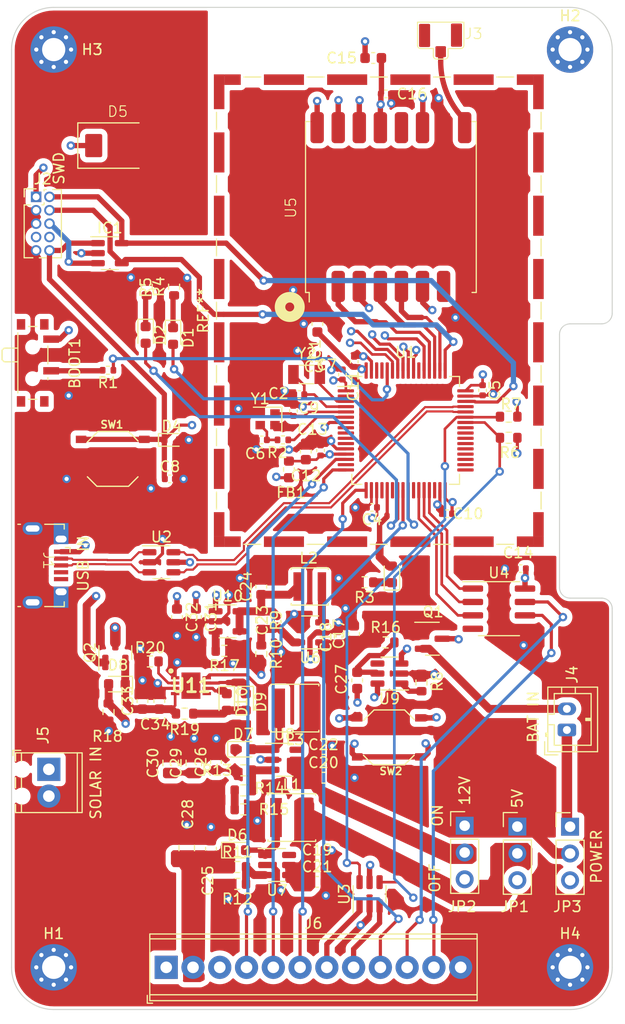
<source format=kicad_pcb>
(kicad_pcb (version 20221018) (generator pcbnew)
  (layers (0 "F.Cu" signal) (1 "In1.Cu" signal) (2 "In2.Cu" signal) (31 "B.Cu" signal) (34 "B.Paste" user) (35 "F.Paste" user) (36 "B.SilkS" user "B.Silkscreen") (37 "F.SilkS" user "F.Silkscreen") (38 "B.Mask" user) (39 "F.Mask" user) (44 "Edge.Cuts" user))
  (net 0 "")
  (net 1 "+3V3")
  (net 2 "GND")
  (net 3 "/NRST")
  (net 4 "+3.3VA")
  (net 5 "/HSE_IN")
  (net 6 "/LSE_IN")
  (net 7 "/LSE_OUT")
  (net 8 "/Power and Peripheral conn/VBAT")
  (net 9 "/Power and Peripheral conn/12V")
  (net 10 "/Power and Peripheral conn/FB")
  (net 11 "+12V")
  (net 12 "/Power and Peripheral conn/5V")
  (net 13 "+5V")
  (net 14 "/Power and Peripheral conn/VSS")
  (net 15 "Net-(D2-K)")
  (net 16 "/STATUS_LED")
  (net 17 "Net-(D3-K)")
  (net 18 "/RX_LED")
  (net 19 "/TX_LED")
  (net 20 "Net-(D6-A)")
  (net 21 "Net-(D7-A)")
  (net 22 "VUSB")
  (net 23 "/SWO")
  (net 24 "/SWCLK")
  (net 25 "/SWDIO")
  (net 26 "/Power and Peripheral conn/BAT_SW")
  (net 27 "/USB_CONN_D+")
  (net 28 "/USB_CONN_D-")
  (net 29 "485_A")
  (net 30 "485_B")
  (net 31 "SDA_conn")
  (net 32 "SCL_conn")
  (net 33 "INTERRUPT")
  (net 34 "USART2_RX")
  (net 35 "USART2_TX")
  (net 36 "USART3_WIRE")
  (net 37 "/Power and Peripheral conn/VSOLAR")
  (net 41 "/BOOT0")
  (net 42 "/HSE_OUT")
  (net 43 "/SCL_mcu")
  (net 44 "/SDA_mcu")
  (net 45 "Net-(BOOT1-B)")
  (net 46 "Net-(C6-Pad1)")
  (net 47 "Net-(U10-EN)")
  (net 48 "Net-(U9-VDD)")
  (net 49 "Net-(D8-K)")
  (net 50 "Net-(U11-ISET)")
  (net 51 "/MISO")
  (net 52 "/MOSI")
  (net 53 "/SCK")
  (net 54 "/NSS")
  (net 55 "/RST_RFM")
  (net 56 "Net-(D1-K)")
  (net 57 "/DIO3")
  (net 58 "Net-(D9-K)")
  (net 59 "/DIO0")
  (net 60 "/DIO1")
  (net 61 "/DIO2")
  (net 62 "Net-(D10-A)")
  (net 63 "Net-(D10-K)")
  (net 68 "Net-(J4-Pin_2)")
  (net 69 "Net-(U6-LX)")
  (net 70 "Net-(U9-V-)")
  (net 71 "/~{RE}")
  (net 72 "/DE")
  (net 73 "/LPUART1_RX")
  (net 74 "/LPUART1_TX")
  (net 75 "Net-(U7-FB)")
  (net 76 "Net-(U8-FB)")
  (net 77 "Net-(R14-Pad2)")
  (net 78 "Net-(U10-ISET)")
  (net 84 "/USB_D-")
  (net 85 "/USB_D+")
  (net 92 "/ANT")
  (footprint "LED_SMD:LED_0603_1608Metric" (layer "F.Cu") (at 134.2 114.55 -90)
    (fp_text reference "D10")
    (fp_text value "GREEN")
  )
  (footprint "Capacitor_SMD:C_0402_1005Metric" (layer "F.Cu") (at 147.975 96.1 180)
    (fp_text reference "C4")
    (fp_text value "100n" hide)
  )
  (footprint "Connector_PinHeader_2.54mm:PinHeader_1x03_P2.54mm_Vertical" (layer "F.Cu") (at 166.775 126.37)
    (fp_text reference "JP3")
    (fp_text value "POWER")
  )
  (footprint "Collins_Custom_Libs:SW4-SMD-5.2X5.2X1.5MM" (layer "F.Cu") (at 123.375 91.5)
    (fp_text reference "SW1")
    (fp_text value "SW_MEC_5E" hide)
  )
  (footprint "Capacitor_SMD:C_0603_1608Metric" (layer "F.Cu") (at 146.275 108.1 90)
    (fp_text reference "C17")
    (fp_text value "4u7" hide)
  )
  (footprint "Capacitor_SMD:C_0603_1608Metric" (layer "F.Cu") (at 141.7 90.8 90)
    (fp_text reference "C12")
    (fp_text value "4u7" hide)
  )
  (footprint "Resistor_SMD:R_0603_1608Metric" (layer "F.Cu") (at 135.2 130.19)
    (fp_text reference "R11")
    (fp_text value "150k" hide)
  )
  (footprint "Package_TO_SOT_SMD:SOT-23-6" (layer "F.Cu") (at 128 101.3)
    (fp_text reference "U2")
    (fp_text value "USBLC6-2SC6" hide)
  )
  (footprint "Package_TO_SOT_SMD:SOT-23" (layer "F.Cu") (at 123.625 109.8625 90)
    (fp_text reference "Q2")
    (fp_text value "SI2301" hide)
  )
  (footprint "Resistor_SMD:R_0603_1608Metric" (layer "F.Cu") (at 147.275 103.2 180)
    (fp_text reference "R3")
    (fp_text value "1k5" hide)
  )
  (footprint "Diode_SMD:D_SOD-523" (layer "F.Cu") (at 128.975 89.7)
    (fp_text reference "D4")
    (fp_text value "ESDALC6V1-1U2" hide)
  )
  (footprint "Resistor_SMD:R_0603_1608Metric" (layer "F.Cu") (at 129.2 75.175 90)
    (fp_text reference "R4")
    (fp_text value "1k5" hide)
  )
  (footprint "Package_QFP:LQFP-64_10x10mm_P0.5mm" (layer "F.Cu") (at 151.175 88.8)
    (fp_text reference "U1")
    (fp_text value "STM32L443RCT6" hide)
  )
  (footprint "Capacitor_SMD:C_0402_1005Metric" (layer "F.Cu") (at 128.8 93.4)
    (fp_text reference "C8")
    (fp_text value "100n" hide)
  )
  (footprint "Collins_Custom_Libs:SON50P300X300X90-9N-D" (layer "F.Cu") (at 130.8 113)
    (fp_text reference "U11")
    (fp_text value "CN3065" hide)
  )
  (footprint "Capacitor_SMD:C_0603_1608Metric" (layer "F.Cu") (at 143.375 120.025)
    (fp_text reference "C22")
    (fp_text value "100n" hide)
  )
  (footprint "Resistor_SMD:R_0603_1608Metric" (layer "F.Cu") (at 126.6 75.175 90)
    (fp_text reference "R5")
    (fp_text value "1k5" hide)
  )
  (footprint "Inductor_SMD:L_0603_1608Metric" (layer "F.Cu") (at 140.1 92.5 90)
    (fp_text reference "FB1")
    (fp_text value "600R@100MHz" hide)
  )
  (footprint "Capacitor_SMD:C_0603_1608Metric" (layer "F.Cu") (at 127.8 114.45 90)
    (fp_text reference "C34")
    (fp_text value "100n" hide)
  )
  (footprint "Package_TO_SOT_SMD:SOT-23-6" (layer "F.Cu") (at 149.6375 111.85 180)
    (fp_text reference "U9")
    (fp_text value "DW06D" hide)
  )
  (footprint "Package_TO_SOT_SMD:SOT-23-5" (layer "F.Cu") (at 142.1125 107.95 180)
    (fp_text reference "U6")
    (fp_text value "RT8059" hide)
  )
  (footprint "Capacitor_SMD:C_0402_1005Metric" (layer "F.Cu") (at 138.975 106.9 -90)
    (fp_text reference "C23")
    (fp_text value "68p" hide)
  )
  (footprint "Package_TO_SOT_SMD:SOT-23-6" (layer "F.Cu") (at 138.975 130)
    (fp_text reference "U7")
    (fp_text value "MT3608" hide)
  )
  (footprint "Capacitor_SMD:C_0402_1005Metric" (layer "F.Cu") (at 140.525 86.95 90)
    (fp_text reference "C2")
    (fp_text value "8p" hide)
  )
  (footprint "Capacitor_SMD:C_0402_1005Metric" (layer "F.Cu") (at 158.475 85 -90)
    (fp_text reference "C5")
    (fp_text value "100n" hide)
  )
  (footprint "Diode_SMD:D_0603_1608Metric" (layer "F.Cu") (at 135.2 128.59)
    (fp_text reference "D6")
    (fp_text value "SS34" hide)
  )
  (footprint "Connector_PinHeader_1.27mm:PinHeader_2x05_P1.27mm_Vertical" (layer "F.Cu") (at 116.105 66.66)
    (fp_text reference "J2")
    (fp_text value "SWD")
  )
  (footprint "Collins_Custom_Libs:USB_B_Micro" (layer "F.Cu") (at 115.775 100.92 -90)
    (fp_text reference "J1")
    (fp_text value "USB IN")
  )
  (footprint "Connector_JST:JST_PH_B2B-PH-K_1x02_P2.00mm_Vertical" (layer "F.Cu") (at 166.475 117.2 90)
    (fp_text reference "J4")
    (fp_text value "BAT IN")
  )
  (footprint "Resistor_SMD:R_0603_1608Metric" (layer "F.Cu") (at 149.275 108.9)
    (fp_text reference "R16")
    (fp_text value "100R" hide)
  )
  (footprint "MountingHole:MountingHole_2.2mm_M2_Pad_Via" (layer "F.Cu") (at 117.775 139.7)
    (fp_text reference "H1")
    (fp_text value "MountingHole_Pad" hide)
  )
  (footprint "Package_TO_SOT_SMD:SOT-23-6" (layer "F.Cu") (at 147.75 132.7625 90)
    (fp_text reference "U3")
    (fp_text value "USBLC6-2SC6" hide)
  )
  (footprint "Diode_SMD:D_0603_1608Metric" (layer "F.Cu") (at 135.775 119.025)
    (fp_text reference "D7")
    (fp_text value "SK34" hide)
  )
  (footprint "MountingHole:MountingHole_2.2mm_M2_Pad_Via" (layer "F.Cu") (at 117.775 52.7)
    (fp_text reference "H3")
    (fp_text value "MountingHole_Pad" hide)
  )
  (footprint "Diode_SMD:D_0603_1608Metric" (layer "F.Cu") (at 123.775 112.85 180)
    (fp_text reference "D8")
    (fp_text value "SK34" hide)
  )
  (footprint "MountingHole:MountingHole_2.2mm_M2_Pad_Via" (layer "F.Cu") (at 166.775 139.7)
    (fp_text reference "H4")
    (fp_text value "MountingHole_Pad" hide)
  )
  (footprint "Capacitor_SMD:C_0603_1608Metric" (layer "F.Cu") (at 132.7 128.465 90)
    (fp_text reference "C25")
    (fp_text value "1u" hide)
  )
  (footprint "Package_TO_SOT_SMD:SOT-23-6" (layer "F.Cu") (at 139.675 120.025)
    (fp_text reference "U8")
    (fp_text value "MT3608" hide)
  )
  (footprint "Resistor_SMD:R_0603_1608Metric" (layer "F.Cu") (at 122.975 115.5 -90)
    (fp_text reference "R18")
    (fp_text value "10k" hide)
  )
  (footprint "Collins_Custom_Libs:HOPERF_RFM9X" (layer "F.Cu") (at 149.775 67.7 90)
    (fp_text reference "U5")
    (fp_text value "RFM95W-868S2")
  )
  (footprint "Resistor_SMD:R_0603_1608Metric" (layer "F.Cu") (at 160.95 89.5)
    (fp_text reference "R6")
    (fp_text value "4k7" hide)
  )
  (footprint "Inductor_SMD:L_Sunlord_SWPA4030S" (layer "F.Cu") (at 140.675 115.125 180)
    (fp_text reference "L3")
    (fp_text value "4u7")
  )
  (footprint "Capacitor_SMD:C_0603_1608Metric" (layer "F.Cu") (at 137.475 103.6 90)
    (fp_text reference "C24")
    (fp_text value "10u" hide)
  )
  (footprint "Resistor_SMD:R_0402_1005Metric" (layer "F.Cu") (at 122.93 83.1 180)
    (fp_text reference "R1")
    (fp_text value "10k" hide)
  )
  (footprint "LED_SMD:LED_0603_1608Metric" (layer "F.Cu") (at 126.5 79.75 -90)
    (fp_text reference "D2")
    (fp_text value "YELLOW")
  )
  (footprint "Resistor_SMD:R_0603_1608Metric" (layer "F.Cu") (at 133.975 109.7)
    (fp_text reference "R17")
    (fp_text value "6k8" hide)
  )
  (footprint "Collins_Custom_Libs:SW4-SMD-5.2X5.2X1.5MM" (layer "F.Cu") (at 149.575 117.9)
    (fp_text reference "SW2")
    (fp_text value "SW_MEC_5E" hide)
  )
  (footprint "Capacitor_SMD:C_0402_1005Metric" (layer "F.Cu") (at 144.775 108.4 90)
    (fp_text reference "C18")
    (fp_text value "100n" hide)
  )
  (footprint "Connector_PinHeader_2.54mm:PinHeader_1x03_P2.54mm_Vertical" (layer "F.Cu") (at 161.775 126.36)
    (fp_text reference "JP1")
    (fp_text value "5V")
  )
  (footprint "Package_SO:SOIC-8_3.9x4.9mm_P1.27mm" (layer "F.Cu") (at 160.025 105.7)
    (fp_text reference "U4")
    (fp_text value "MAX3485" hide)
  )
  (footprint "Capacitor_SMD:C_0603_1608Metric" (layer "F.Cu") (at 142.8 78.7 90)
    (fp_text reference "C1")
    (fp_text value "4u7" hide)
  )
  (footprint "Resistor_SMD:R_0603_1608Metric" (layer "F.Cu") (at 152.675 112.7 90)
    (fp_text reference "R8")
    (fp_text value "1k" hide)
  )
  (footprint "Capacitor_SMD:C_0402_1005Metric" (layer "F.Cu") (at 162.1 101.9)
    (fp_text reference "C14")
    (fp_text value "100n" hide)
  )
  (footprint "RF_Shielding:Laird_Technologies_BMI-S-210-F_44.00x30.50mm" (layer "F.Cu") (at 148.625 77.45 90)
    (fp_text reference "REF**")
    (fp_text value "Laird_Technologies_BMI-S-210-F_44.00x30.50mm")
  )
  (footprint "TerminalBlock_Phoenix:TerminalBlock_Phoenix_MPT-0,5-12-2.54_1x12_P2.54mm_Horizontal" (layer "F.Cu") (at 128.455 139.7)
    (fp_text reference "J6")
    (fp_text value "Screw_Terminal_01x12")
  )
  (footprint "Resistor_SMD:R_0603_1608Metric" (layer "F.Cu") (at 130.2 115.65)
    (fp_text reference "R19")
    (fp_text value "10k" hide)
  )
  (footprint "Resistor_SMD:R_0603_1608Metric" (layer "F.Cu") (at 135.2 131.79 180)
    (fp_text reference "R12")
    (fp_text value "20k" hide)
  )
  (footprint "Inductor_SMD:L_Sunlord_SWPA3015S" (layer "F.Cu") (at 142.075 103.6 180)
    (fp_text reference "L2")
    (fp_text value "2u2" hide)
  )
  (footprint "Package_TO_SOT_SMD:SOT-23-5" (layer "F.Cu") (at 134.275 106.9)
    (fp_text reference "U10")
    (fp_text value "SY6280" hide)
  )
  (footprint "Collins_Custom_Libs:GT-RF1125A-01G" (layer "F.Cu") (at 154.5 51.3)
    (fp_text reference "J3")
    (fp_text value "Coax RF Conn" hide)
  )
  (footprint "Resistor_SMD:R_0603_1608Metric" (layer "F.Cu") (at 137.475 106.8 -90)
    (fp_text reference "R9")
    (fp_text value "68k" hide)
  )
  (footprint "Capacitor_SMD:C_0402_1005Metric" (layer "F.Cu") (at 143.1 90.7 90)
    (fp_text reference "C13")
    (fp_text value "100n" hide)
  )
  (footprint "Capacitor_SMD:C_0603_1608Metric" (layer "F.Cu") (at 126.2 114.45 90)
    (fp_text reference "C33")
    (fp_text value "10u" hide)
  )
  (footprint "Resistor_SMD:R_0603_1608Metric" (layer "F.Cu") (at 126.9 110.7 180)
    (fp_text reference "R20")
    (fp_text value "2k" hide)
  )
  (footprint "Capacitor_SMD:C_0402_1005Metric" (layer "F.Cu") (at 145.175 83.5 90)
    (fp_text reference "C7")
    (fp_text value "100n" hide)
  )
  (footprint "Connector_PinHeader_2.54mm:PinHeader_1x03_P2.54mm_Vertical" (layer "F.Cu") (at 156.775 126.275)
    (fp_text reference "JP2")
    (fp_text value "12V")
  )
  (footprint "Resistor_SMD:R_0603_1608Metric" (layer "F.Cu") (at 137.475 110 -90)
    (fp_text reference "R10")
    (fp_text value "15k" hide)
  )
  (footprint "Capacitor_SMD:C_0603_1608Metric" (layer "F.Cu") (at 142.775 130)
    (fp_text reference "C19")
    (fp_text value "10u" hide)
  )
  (footprint "LED_SMD:LED_0603_1608Metric" (layer "F.Cu") (at 129.1 79.85 -90)
    (fp_text reference "D1")
    (fp_text value "BLUE")
  )
  (footprint "Resistor_SMD:R_0603_1608Metric" (layer "F.Cu") (at 160.95 87.5)
    (fp_text reference "R7")
    (fp_text value "4k7" hide)
  )
  (footprint "Resistor_SMD:R_0402_1005Metric" (layer "F.Cu") (at 139.525 89.7 180)
    (fp_text reference "R2")
    (fp_text value "47" hide)
  )
  (footprint "MountingHole:MountingHole_2.2mm_M2_Pad_Via" (layer "F.Cu") (at 166.775 52.7)
    (fp_text reference "H2")
    (fp_text value "MountingHole_Pad" hide)
  )
  (footprint "Capacitor_SMD:C_0603_1608Metric" (layer "F.Cu") (at 148.1 53.5 180)
    (fp_text reference "C15")
    (fp_text value "4u7" hide)
  )
  (footprint "Capacitor_SMD:C_0402_1005Metric" (layer "F.Cu") (at 146.3 82.3 90)
    (fp_text reference "C11")
    (fp_text value "100n" hide)
  )
  (footprint "LED_SMD:LED_0603_1608Metric" (layer "F.Cu") (at 136 114.55 -90)
    (fp_text reference "D9")
    (fp_text value "RED" hide)
  )
  (footprint "Capacitor_SMD:C_0603_1608Metric" (layer "F.Cu") (at 131.275 106.5 -90)
    (fp_text reference "C31")
    (fp_text value "100n" hide)
  )
  (footprint "Package_TO_SOT_SMD:SOT-23-5" (layer "F.Cu") (at 123.1 72)
    (fp_text reference "IC1")
    (fp_text value "ESDALC6V1W5" hide)
  )
  (footprint "Resistor_SMD:R_0603_1608Metric" (layer "F.Cu") (at 135.775 124.725)
    (fp_text reference "R15")
    (fp_text value "510" hide)
  )
  (footprint "Capacitor_SMD:C_0805_2012Metric" (layer "F.Cu") (at 128.875 120.325 90)
    (fp_text reference "C30")
    (fp_text value "47u" hide)
  )
  (footprint "Capacitor_SMD:C_0603_1608Metric" (layer "F.Cu") (at 143.375 121.725)
    (fp_text reference "C20")
    (fp_text value "10u" hide)
  )
  (footprint "Collins_Custom_Libs:SMB" (layer "F.Cu") (at 123.84837 61.67567)
    (fp_text reference "D5")
    (fp_text value "SMLVT3V3" hide)
  )
  (footprint "Capacitor_SMD:C_0402_1005Metric" (layer "F.Cu") (at 149.3 56.9)
    (fp_text reference "C16")
    (fp_text value "100n" hide)
  )
  (footprint "Capacitor_SMD:C_0402_1005Metric" (layer "F.Cu") (at 137.525 89.7 180)
    (fp_text reference "C6")
    (fp_text value "8p" hide)
  )
  (footprint "Capacitor_SMD:C_0603_1608Metric" (layer "F.Cu") (at 146.575 112.5 -90)
    (fp_text reference "C27")
    (fp_text value "100n" hide)
  )
  (footprint "Capacitor_SMD:C_0402_1005Metric" (layer "F.Cu") (at 155.1 96.7 180)
    (fp_text reference "C10")
    (fp_text value "100n" hide)
  )
  (footprint "Button_Switch_SMD:SW_SPDT_PCM12" (layer "F.Cu") (at 116.105 82.4 -90)
    (fp_text reference "BOOT1")
    (fp_text value "SW_SPDT" hide)
  )
  (footprint "Capacitor_SMD:C_0603_1608Metric" (layer "F.Cu") (at 142.775 131.6)
    (fp_text reference "C21")
    (fp_text value "100n" hide)
  )
  (footprint "LED_SMD:LED_0603_1608Metric" (layer "F.Cu") (at 149.875 102.45 90)
    (fp_text reference "D3" hide)
    (fp_text value "RED")
  )
  (footprint "Capacitor_SMD:C_0603_1608Metric" (layer "F.Cu") (at 129.475 106.5 -90)
    (fp_text reference "C32")
    (fp_text value "10u" hide)
  )
  (footprint "Crystal:Crystal_SMD_2016-4Pin_2.0x1.6mm" (layer "F.Cu") (at 138.075 87.75 180)
    (fp_text reference "Y1")
    (fp_text value "X201632MKB4SI" hide)
  )
  (footprint "Inductor_SMD:L_Sunlord_SWPA4030S" (layer "F.Cu") (at 140.375 125.5 180)
    (fp_text reference "L1")
    (fp_text value "4u7" hide)
  )
  (footprint "Crystal:Crystal_SMD_3215-2Pin_3.2x1.5mm" (layer "F.Cu") (at 141.775 83.5)
    (fp_text reference "Y2")
    (fp_text value "FC31M2-32.768-N07LLDTL" hide)
  )
  (footprint "Capacitor_SMD:C_0402_1005Metric" (layer "F.Cu") (at 142.475 81.6 180)
    (fp_text reference "C3")
    (fp_text value "5p" hide)
  )
  (footprint "Resistor_SMD:R_0603_1608Metric" (layer "F.Cu") (at 135.775 121.025)
    (fp_text reference "R13")
    (fp_text value "200k" hide)
  )
  (footprint "Capacitor_SMD:C_0805_2012Metric" (layer "F.Cu") (at 131.075 120.325 90)
    (fp_text reference "C29")
    (fp_text value "47u" hide)
  )
  (footprint "Package_TO_SOT_SMD:SOT-23" (layer "F.Cu") (at 153.7125 108.55)
    (fp_text reference "Q1")
    (fp_text value "AO3400A" hide)
  )
  (footprint "Resistor_SMD:R_0603_1608Metric" (layer "F.Cu") (at 135.775 122.925 180)
    (fp_text reference "R14")
    (fp_text value "10k" hide)
  )
  (footprint "TerminalBlock_Phoenix:TerminalBlock_Phoenix_MPT-0,5-2-2.54_1x02_P2.54mm_Horizontal" (layer "F.Cu") (at 117.315 120.93 -90)
    (fp_text reference "J5")
    (fp_text value "SOLAR IN")
  )
  (footprint "Capacitor_SMD:C_0402_1005Metric" (layer "F.Cu") (at 141.075 85.4 180)
    (fp_text reference "C9")
    (fp_text value "5p" hide)
  )
  (footprint "Capacitor_SMD:C_0805_2012Metric" (layer "F.Cu") (at 130.4 128.39 90)
    (fp_text reference "C28")
    (fp_text value "47u" hide)
  )
  (footprint "Capacitor_SMD:C_0603_1608Metric" (layer "F.Cu") (at 133.175 120.225 90)
    (fp_text reference "C26")
    (fp_text value "100n" hide)
  )
  (gr_line (start 165.775 79.7) (end 165.775 103.7) (stroke (width 0.1)) (layer "Edge.Cuts"))
  (gr_line (start 166.775 104.7) (end 169.775 104.7) (stroke (width 0.1)) (layer "Edge.Cuts"))
  (gr_line (start 170.775 139.7) (end 170.775 105.7) (stroke (width 0.1)) (layer "Edge.Cuts"))
  (gr_line (start 169.775 78.7) (end 166.775 78.7) (stroke (width 0.1)) (layer "Edge.Cuts"))
  (gr_arc (start 165.775 79.7) (mid 166.067893 78.992893) (end 166.775 78.7) (stroke (width 0.1)) (layer "Edge.Cuts"))
  (gr_arc (start 170.775 139.7) (mid 169.603427 142.528427) (end 166.775 143.7) (stroke (width 0.1)) (layer "Edge.Cuts"))
  (gr_arc (start 166.775 104.7) (mid 166.067893 104.407107) (end 165.775 103.7) (stroke (width 0.1)) (layer "Edge.Cuts"))
  (gr_line (start 166.775 48.7) (end 117.775 48.7) (stroke (width 0.1)) (layer "Edge.Cuts"))
  (gr_arc (start 113.775 52.7) (mid 114.946573 49.871573) (end 117.775 48.7) (stroke (width 0.1)) (layer "Edge.Cuts"))
  (gr_arc (start 169.775 104.7) (mid 170.482107 104.992893) (end 170.775 105.7) (stroke (width 0.1)) (layer "Edge.Cuts"))
  (gr_arc (start 117.775 143.7) (mid 114.946573 142.528427) (end 113.775 139.7) (stroke (width 0.1)) (layer "Edge.Cuts"))
  (gr_arc (start 170.775 77.7) (mid 170.482107 78.407107) (end 169.775 78.7) (stroke (width 0.1)) (layer "Edge.Cuts"))
  (gr_line (start 117.775 143.7) (end 166.775 143.7) (stroke (width 0.1)) (layer "Edge.Cuts"))
  (gr_arc (start 166.775 48.7) (mid 169.603427 49.871573) (end 170.775 52.7) (stroke (width 0.1)) (layer "Edge.Cuts"))
  (gr_line (start 113.775 52.7) (end 113.775 139.7) (stroke (width 0.1)) (layer "Edge.Cuts"))
  (gr_line (start 170.775 52.7) (end 170.775 77.7) (stroke (width 0.1)) (layer "Edge.Cuts"))
  (gr_text "ON" (at 154.775 126.45 90) (layer "F.SilkS") (effects (font (size 1 1)) (justify left bottom)))
  (gr_text "OFF" (at 154.525 132.7 90) (layer "F.SilkS") (effects (font (size 1 1)) (justify left bottom)))
  (segment (start 129.5 104.5) (end 129.475 104.525) (width 0.508) (layer "F.Cu") (net 1))
  (segment (start 131.275 105.725) (end 131.275 104.425) (width 0.508) (layer "F.Cu") (net 1))
  (segment (start 161.775 89.5) (end 161.775 90.975) (width 0.3) (layer "F.Cu") (net 1))
  (segment (start 117.535 80.15) (end 118.35 80.15) (width 0.5) (layer "F.Cu") (net 1))
  (segment (start 161.775 86.175) (end 161.7 86.1) (width 0.3) (layer "F.Cu") (net 1))
  (segment (start 148.425 96.07) (end 148.455 96.1) (width 0.254) (layer "F.Cu") (net 1))
  (segment (start 133.1375 104.4625) (end 133.2 104.4) (width 0.508) (layer "F.Cu") (net 1))
  (segment (start 148.425 94.475) (end 148.425 96.07) (width 0.254) (layer "F.Cu") (net 1))
  (segment (start 156.85 85.05) (end 157.38 84.52) (width 0.254) (layer "F.Cu") (net 1))
  (segment (start 146.78 82.78) (end 147 83) (width 0.508) (layer "F.Cu") (net 1))
  (segment (start 116.105 64.595) (end 116.8 63.9) (width 0.5) (layer "F.Cu") (net 1))
  (segment (start 147.125 83.125) (end 147 83) (width 0.3) (layer "F.Cu") (net 1))
  (segment (start 148.875 56.845) (end 148.775 56.945) (width 0.508) (layer "F.Cu") (net 1))
  (segment (start 154.902 95.202) (end 155.3 95.6) (width 0.254) (layer "F.Cu") (net 1))
  (segment (start 162.58 102.72) (end 162.5 102.8) (width 0.508) (layer "F.Cu") (net 1))
  (segment (start 148.82 56.9) (end 148.82 57.88) (width 0.508) (layer "F.Cu") (net 1))
  (segment (start 147.75 131.625) (end 147.75 130.05) (width 0.508) (layer "F.Cu") (net 1))
  (segment (start 146.3 82.78) (end 146.78 82.78) (width 0.508) (layer "F.Cu") (net 1))
  (segment (start 148.775 57.925) (end 148.8 57.9) (width 0.508) (layer "F.Cu") (net 1))
  (segment (start 155.3 95.6) (end 155.6245 95.6) (width 0.254) (layer "F.Cu") (net 1))
  (segment (start 155.58 95.6445) (end 155.6245 95.6) (width 0.3) (layer "F.Cu") (net 1))
  (segment (start 148.875 53.5) (end 148.875 56.845) (width 0.508) (layer "F.Cu") (net 1))
  (segment (start 145.5 85.05) (end 145.5 84.305) (width 0.254) (layer "F.Cu") (net 1))
  (segment (start 145.175 83.98) (end 144.398191 83.98) (width 0.254) (layer "F.Cu") (net 1))
  (segment (start 138.9875 93.2875) (end 140.1 93.2875) (width 0.3) (layer "F.Cu") (net 1))
  (segment (start 148.2 97.1) (end 148.455 96.845) (width 0.254) (layer "F.Cu") (net 1))
  (segment (start 154.925 94.475) (end 154.902 94.498) (width 0.254) (layer "F.Cu") (net 1))
  (segment (start 118.35 80.15) (end 119.2 79.3) (width 0.5) (layer "F.Cu") (net 1))
  (segment (start 154.902 94.498) (end 154.902 95.202) (width 0.254) (layer "F.Cu") (net 1))
  (segment (start 157.38 84.52) (end 158.475 84.52) (width 0.254) (layer "F.Cu") (net 1))
  (segment (start 116.105 66.66) (end 116.105 64.595) (width 0.5) (layer "F.Cu") (net 1))
  (segment (start 163.059185 103.795) (end 162.5 103.795) (width 0.508) (layer "F.Cu") (net 1))
  (segment (start 161.8 91) (end 161.775 90.975) (width 0.3) (layer "F.Cu") (net 1))
  (segment (start 148.82 57.88) (end 148.8 57.9) (width 0.508) (layer "F.Cu") (net 1))
  (segment (start 142.8 79.475) (end 146.105 82.78) (width 0.508) (layer "F.Cu") (net 1))
  (segment (start 144.398191 83.98) (end 144.312598 84.065593) (width 0.254) (layer "F.Cu") (net 1))
  (segment (start 131.275 104.425) (end 131.3 104.4) (width 0.508) (layer "F.Cu") (net 1))
  (segment (start 158.475 84.52) (end 158.475 83.525) (width 0.254) (layer "F.Cu") (net 1))
  (segment (start 162.5 103.795) (end 162.5 102.8) (width 0.508) (layer "F.Cu") (net 1))
  (segment (start 146.105 82.78) (end 146.3 82.78) (width 0.508) (layer "F.Cu") (net 1))
  (segment (start 145.5 84.305) (end 145.175 83.98) (width 0.254) (layer "F.Cu") (net 1))
  (segment (start 133.1375 105.95) (end 133.1375 104.4625) (width 0.508) (layer "F.Cu") (net 1))
  (segment (start 147.75 130.05) (end 147.8 130) (width 0.508) (layer "F.Cu") (net 1))
  (segment (start 138.9 93.2) (end 138.9875 93.2875) (width 0.3) (layer "F.Cu") (net 1))
  (segment (start 158.475 83.525) (end 158.5 83.5) (width 0.254) (layer "F.Cu") (net 1))
  (segment (start 121.5725 61.8) (end 119.4 61.8) (width 0.5) (layer "F.Cu") (net 1))
  (segment (start 161.775 87.5) (end 161.775 86.175) (width 0.3) (layer "F.Cu") (net 1))
  (segment (start 148.775 60.1) (end 148.775 57.925) (width 0.508) (layer "F.Cu") (net 1))
  (segment (start 129.475 105.725) (end 129.475 104.525) (width 0.508) (layer "F.Cu") (net 1))
  (segment (start 147.425 83.125) (end 147.125 83.125) (width 0.3) (layer "F.Cu") (net 1))
  (segment (start 148 97.1) (end 148.2 97.1) (width 0.254) (layer "F.Cu") (net 1))
  (segment (start 155.58 96.7) (end 155.58 95.6445) (width 0.3) (layer "F.Cu") (net 1))
  (segment (start 162.58 101.9) (end 162.58 102.72) (width 0.508) (layer "F.Cu") (net 1))
  (segment (start 148.455 96.845) (end 148.455 96.1) (width 0.254) (layer "F.Cu") (net 1))
  (via (at 147.8 130) (size 0.8) (drill 0.4) (layers "F.Cu" "B.Cu") (net 1))
  (via (at 116.8 63.9) (size 0.8) (drill 0.4) (layers "F.Cu" "B.Cu") (net 1))
  (via (at 161.7 86.1) (size 0.8) (drill 0.4) (layers "F.Cu" "B.Cu") (net 1))
  (via (at 161.775 90.975) (size 0.8) (drill 0.4) (layers "F.Cu" "B.Cu") (net 1))
  (via (at 131.3 104.4) (size 0.8) (drill 0.4) (layers "F.Cu" "B.Cu") (net 1))
  (via (at 148.8 57.9) (size 0.8) (drill 0.4) (layers "F.Cu" "B.Cu") (net 1))
  (via (at 148 97.1) (size 0.8) (drill 0.4) (layers "F.Cu" "B.Cu") (net 1))
  (via (at 155.6245 95.6) (size 0.8) (drill 0.4) (layers "F.Cu" "B.Cu") (net 1))
  (via (at 158.5 83.5) (size 0.8) (drill 0.4) (layers "F.Cu" "B.Cu") (net 1))
  (via (at 129.475 104.525) (size 0.8) (drill 0.4) (layers "F.Cu" "B.Cu") (net 1))
  (via (at 162.5 102.8) (size 0.8) (drill 0.4) (layers "F.Cu" "B.Cu") (net 1))
  (via (at 119.2 79.3) (size 0.8) (drill 0.4) (layers "F.Cu" "B.Cu") (net 1))
  (via (at 147 83) (size 0.8) (drill 0.4) (layers "F.Cu" "B.Cu") (net 1))
  (via (at 138.9 93.2) (size 0.8) (drill 0.4) (layers "F.Cu" "B.Cu") (net 1))
  (via (at 119.4 61.8) (size 0.8) (drill 0.4) (layers "F.Cu" "B.Cu") (net 1))
  (via (at 144.312598 84.065593) (size 0.8) (drill 0.4) (layers "F.Cu" "B.Cu") (net 1))
  (via (at 133.2 104.4) (size 0.8) (drill 0.4) (layers "F.Cu" "B.Cu") (net 1))
  (segment (start 136.6 124.725) (end 136.6 125.3) (width 0.508) (layer "F.Cu") (net 2))
  (segment (start 135.925 102.825) (end 135.9 102.8) (width 0.75) (layer "F.Cu") (net 2))
  (segment (start 129.675 89.7) (end 130.6 89.7) (width 0.5) (layer "F.Cu") (net 2))
  (segment (start 144.623959 90.55) (end 145.5 90.55) (width 0.3) (layer "F.Cu") (net 2))
  (segment (start 145.9 121.7) (end 145.925 121.725) (width 0.508) (layer "F.Cu") (net 2))
  (segment (start 141.7 90.025) (end 142.905 90.025) (width 0.254) (layer "F.Cu") (net 2))
  (segment (start 117.535 84.65) (end 118.35 84.65) (width 0.5) (layer "F.Cu") (net 2))
  (segment (start 118.35 84.65) (end 119.2 85.5) (width 0.5) (layer "F.Cu") (net 2))
  (segment (start 159.48 85.48) (end 159.470023 85.470023) (width 0.254) (layer "F.Cu") (net 2))
  (segment (start 125.15 74.35) (end 125.1 74.3) (width 0.5) (layer "F.Cu") (net 2))
  (segment (start 119.05 93.35) (end 119 93.4) (width 0.5) (layer "F.Cu") (net 2))
  (segment (start 134.8 109.7) (end 134.8 110.9) (width 0.508) (layer "F.Cu") (net 2))
  (segment (start 147.925 95.67) (end 147.495 96.1) (width 0.254) (layer "F.Cu") (net 2))
  (segment (start 144.15 121.725) (end 145.875 121.725) (width 0.508) (layer "F.Cu") (net 2))
  (segment (start 142.0915 108.541815) (end 142.0915 110.4085) (width 0.508) (layer "F.Cu") (net 2))
  (segment (start 137.045 89.7) (end 137.045 90.555) (width 0.5) (layer "F.Cu") (net 2))
  (segment (start 141.3205 86.47) (end 141.4 86.5495) (width 0.3) (layer "F.Cu") (net 2))
  (segment (start 146.4 96.1) (end 147.495 96.1) (width 0.254) (layer "F.Cu") (net 2))
  (segment (start 131.075 119.375) (end 131.1 119.35) (width 1) (layer "F.Cu") (net 2))
  (segment (start 131.3 107.3) (end 131.3 108.4) (width 0.508) (layer "F.Cu") (net 2))
  (segment (start 127.282107 101.3) (end 128.1 100.482107) (width 0.3) (layer "F.Cu") (net 2))
  (segment (start 147.925 82.248959) (end 147.456369 81.780328) (width 0.3) (layer "F.Cu") (net 2))
  (segment (start 137.425 120.025) (end 137.4 120) (width 0.508) (layer "F.Cu") (net 2))
  (segment (start 142.275 77.925) (end 141.5 78.7) (width 0.3) (layer "F.Cu") (net 2))
  (segment (start 129.3 112.25) (end 129.3 111) (width 0.3) (layer "F.Cu") (net 2))
  (segment (start 154.62 96.7) (end 154.62 96.270573) (width 0.3) (layer "F.Cu") (net 2))
  (segment (start 126.375 93.35) (end 126.75 93.35) (width 0.5) (layer "F.Cu") (net 2))
  (segment (start 139.7 85.4) (end 139.7 85.0505) (width 0.3) (layer "F.Cu") (net 2))
  (segment (start 130.45 74.35) (end 130.457364 74.342636) (width 0.5) (layer "F.Cu") (net 2))
  (segment (start 143.55 129.1995) (end 144.1495 128.6) (width 0.508) (layer "F.Cu") (net 2))
  (segment (start 154.5 59.825) (end 154.5 57.5) (width 0.508) (layer "F.Cu") (net 2))
  (segment (start 149.78 56.9) (end 149.78 57.78) (width 0.508) (layer "F.Cu") (net 2))
  (segment (start 154.5 57.5) (end 154.3 57.3) (width 0.508) (layer "F.Cu") (net 2))
  (segment (start 129.2 74.35) (end 130.45 74.35) (width 0.5) (layer "F.Cu") (net 2))
  (segment (start 146.575 116.05) (end 144.9255 116.05) (width 0.508) (layer "F.Cu") (net 2))
  (segment (start 158.475 85.48) (end 159.48 85.48) (width 0.254) (layer "F.Cu") (net 2))
  (segment (start 152.575 116.05) (end 154.05 116.05) (width 0.508) (layer "F.Cu") (net 2))
  (segment (start 129.28 93.4) (end 130.1 93.4) (width 0.5) (layer "F.Cu") (net 2))
  (segment (start 136.1 87.2) (end 135.7495 87.2) (width 0.3) (layer "F.Cu") (net 2))
  (segment (start 152.675 111.875) (end 153.875 111.875) (width 0.508) (layer "F.Cu") (net 2))
  (segment (start 140.9 81.6) (end 140.9 81.2505) (width 0.3) (layer "F.Cu") (net 2))
  (segment (start 142.683315 107.95) (end 142.0915 108.541815) (width 0.508) (layer "F.Cu") (net 2))
  (segment (start 126.075 110.7) (end 126.075 109.575) (width 0.508) (layer "F.Cu") (net 2))
  (segment (start 137.5 112) (end 137.475 111.975) (width 0.508) (layer "F.Cu") (net 2))
  (segment (start 129.5 108.3) (end 129.475 108.275) (width 0.508) (layer "F.Cu") (net 2))
  (segment (start 130.457364 74.342636) (end 130.441261 74.342636) (width 0.5) (layer "F.Cu") (net 2))
  (segment (start 145.175 83.02) (end 144.188107 83.02) (width 0.3) (layer "F.Cu") (net 2))
  (segment (start 127.739171 112.660829) (end 127.636286 112.763714) (width 0.508) (layer "F.Cu") (net 2))
  (segment (start 156.775 77.575) (end 156.775 75.15) (width 0.508) (layer "F.Cu") (net 2))
  (segment (start 126.6 74.35) (end 125.15 74.35) (width 0.5) (layer "F.Cu") (net 2))
  (segment (start 134.3 133.3) (end 134.375 133.225) (width 0.508) (layer "F.Cu") (net 2))
  (segment (start 122.975 116.325) (end 123 116.35) (width 0.508) (layer "F.Cu") (net 2))
  (segment (start 147.113229 81.82) (end 147.152901 81.780328) (width 0.3) (layer "F.Cu") (net 2))
  (segment (start 142.905 90.025) (end 143.1 90.22) (width 0.254) (layer "F.Cu") (net 2))
  (segment (start 126.8625 101.3) (end 127.282107 101.3) (width 0.3) (layer "F.Cu") (net 2))
  (segment (start 146.275 107.325) (end 146.275 106.125) (width 0.508) (layer "F.Cu") (net 2))
  (segment (start 127 93.6) (end 127 94.3) (width 0.5) (layer "F.Cu") (net 2))
  (segment (start 161.62 101.9) (end 160.6 101.9) (width 0.508) (layer "F.Cu") (net 2))
  (segment (start 145.925 121.725) (end 146.3245 121.725) (width 0.508) (layer "F.Cu") (net 2))
  (segment (start 154.425 94.475) (end 154.425 95.675) (width 0.3) (layer "F.Cu") (net 2))
  (segment (start 130.4 127.44) (end 130.4 126.2) (width 0.508) (layer "F.Cu") (net 2))
  (segment (start 143.55 131.6) (end 143.55 132.85) (width 0.508) (layer "F.Cu") (net 2))
  (segment (start 154.425 95.675) (end 154.273773 95.826227) (width 0.3) (layer "F.Cu") (net 2))
  (segment (start 128.225 113.25) (end 127.8 113.675) (width 0.3) (layer "F.Cu") (net 2))
  (segment (start 141.995 81.6) (end 140.9 81.6) (width 0.3) (layer "F.Cu") (net 2))
  (segment (start 154.05 116.05) (end 154.1 116) (width 0.508) (layer "F.Cu") (net 2))
  (segment (start 138.45 130) (end 139 130.55) (width 0.5) (layer "F.Cu") (net 2))
  (segment (start 145.2 103.2) (end 144.820023 102.820023) (width 0.508) (layer "F.Cu") (net 2))
  (segment (start 137.375 87.2) (end 136.1 87.2) (width 0.3) (layer "F.Cu") (net 2))
  (segment (start 144.15 120.025) (end 144.15 118.75) (width 0.508) (layer "F.Cu") (net 2))
  (segment (start 140.595 85.4) (end 139.7 85.4) (width 0.3) (layer "F.Cu") (net 2))
  (segment (start 147.75 133.9) (end 147.75 134.85) (width 0.508) (layer "F.Cu") (net 2))
  (segment (start 127.8 113.675) (end 127.8 112.721658) (width 0.508) (layer "F.Cu") (net 2))
  (segment (start 144.188107 83.02) (end 144.124076 83.084031) (width 0.3) (layer "F.Cu") (net 2))
  (segment (start 142.0915 110.4085) (end 142 110.5) (width 0.508) (layer "F.Cu") (net 2))
  (segment (start 120.375 93.35) (end 119.05 93.35) (width 0.5) (layer "F.Cu") (net 2))
  (segment (start 145.869502 105.669502) (end 145.469502 105.669502) (width 0.508) (layer "F.Cu") (net 2))
  (segment (start 147.3 51.9) (end 147.325 51.925) (width 0.508) (layer "F.Cu") (net 2))
  (segment (start 129.3 111) (end 129.5 110.8) (width 0.3) (layer "F.Cu") (net 2))
  (segment (start 142.775 75.15) (end 140.85 75.15) (width 0.508) (layer "F.Cu") (net 2))
  (segment (start 141.175 90.025) (end 141.7 90.025) (width 0.254) (layer "F.Cu") (net 2))
  (segment (start 147.75 134.85) (end 146.9 135.7) (width 0.508) (layer "F.Cu") (net 2))
  (segment (start 153.875 111.875) (end 153.9 111.9) (width 0.508) (layer "F.Cu") (net 2))
  (segment (start 154.775 60.1) (end 154.5 59.825) (width 0.508) (layer "F.Cu") (net 2))
  (segment (start 129.3 113.25) (end 128.225 113.25) (width 0.3) (layer "F.Cu") (net 2))
  (segment (start 144.9255 116.05) (end 144.8755 116.1) (width 0.508) (layer "F.Cu") (net 2))
  (segment (start 146.275 106.125) (end 146.3 106.1) (width 0.508) (layer "F.Cu") (net 2))
  (segment (start 155.899312 78.100688) (end 156.249312 78.100688) (width 0.508) (layer "F.Cu") (net 2))
  (segment (start 131.1 119.35) (end 131.1 118) (width 1) (layer "F.Cu") (net 2))
  (segment (start 145.875 121.725) (end 145.9 121.7) (width 0.508) (layer "F.Cu") (net 2))
  (segment (start 133.1375 106.9) (end 133.6 106.9) (width 0.3) (layer "F.Cu") (net 2))
  (segment (start 126.2 113.675) (end 126.2 112.5) (width 0.508) (layer "F.Cu") (net 2))
  (segment (start 144.1 89.8) (end 144.1 90.026041) (width 0.3) (layer "F.Cu") (net 2))
  (segment (start 140.85 75.15) (end 140.5 75.5) (width 0.508) (layer "F.Cu") (net 2))
  (segment (start 128.1 100.482107) (end 128.1 99.1) (width 0.3) (layer "F.Cu") (net 2))
  (segment (start 139 132.4) (end 139.3495 132.4) (width 0.5) (layer "F.Cu") (net 2))
  (segment (start 154.273773 95.826227) (end 154.175654 95.826227) (width 0.3) (layer "F.Cu") (net 2))
  (segment (start 134.375 131.79) (end 134.375 133.225) (width 0.508) (layer "F.Cu") (net 2))
  (segment (start 137.475 110.825) (end 137.475 111.975) (width 0.508) (layer "F.Cu") (net 2))
  (segment (start 138.5375 120.025) (end 137.425 120.025) (width 0.508) (layer "F.Cu") (net 2))
  (segment (start 135.7495 87.2) (end 135.3 86.7505) (width 0.3) (layer "F.Cu") (net 2))
  (segment (start 144.1 89.8) (end 143.68 90.22) (width 0.3) (layer "F.Cu") (net 2))
  (segment (start 128.875 119.375) (end 128.875 117.825) (width 1) (layer "F.Cu") (net 2))
  (segment (start 123 116.35) (end 123 117.3) (width 0.508) (layer "F.Cu") (net 2))
  (segment (start 162.5 109.040046) (end 162.370023 109.170023) (width 0.508) (layer "F.Cu") (net 2))
  (segment (start 142 110.5) (end 142.1495 110.5) (width 0.508) (layer "F.Cu") (net 2))
  (segment (start 162.5 107.605) (end 162.5 109.040046) (width 0.508) (layer "F.Cu") (net 2))
  (segment (start 144.775 107.92) (end 144.775 107.025) (width 0.508) (layer "F.Cu") (net 2))
  (segment (start 131.275 107.275) (end 131.3 107.3) (width 0.508) (layer "F.Cu") (net 2))
  (segment (start 142.8 77.925) (end 142.275 77.925) (width 0.3) (layer "F.Cu") (net 2))
  (segment (start 133.175 118.025) (end 133.2 118) (width 1) (layer "F.Cu") (net 2))
  (segment (start 136.6 125.3) (end 137.1 125.8) (width 0.508) (layer "F.Cu") (net 2))
  (segment (start 147.325 53.5) (end 147.325 51.925) (width 0.508) (layer "F.Cu") (net 2))
  (segment (start 146.3 106.1) (end 145.869502 105.669502) (width 0.508) (layer "F.Cu") (net 2))
  (segment (start 135.9 102.8) (end 135.4505 102.8) (width 0.75) (layer "F.Cu") (net 2))
  (segment (start 156.85 85.55) (end 158.405 85.55) (width 0.254) (layer "F.Cu") (net 2))
  (segment (start 144.15 118.75) (end 144.2 118.7) (width 0.508) (layer "F.Cu") (net 2))
  (segment (start 133.6 106.9) (end 134.4 106.1) (width 0.3) (layer "F.Cu") (net 2))
  (segment (start 144.775 107.025) (end 144.8 107) (width 0.508) (layer "F.Cu") (net 2))
  (segment (start 134.4 106.1) (end 134.4 104.4) (width 0.3) (layer "F.Cu") (net 2))
  (segment (start 137.045 90.555) (end 137 90.6) (width 0.5) (layer "F.Cu") (net 2))
  (segment (start 146.3 81.82) (end 147.113229 81.82) (width 0.3) (layer "F.Cu") (net 2))
  (segment (start 156.249312 78.100688) (end 156.775 77.575) (width 0.508) (layer "F.Cu") (net 2))
  (segment (start 128.9 117.8) (end 128.875 117.825) (width 1) (layer "F.Cu") (net 2))
  (segment (start 132.7 127.69) (end 132.7 126.4) (width 0.508) (layer "F.Cu") (net 2))
  (segment (start 133.175 119.45) (end 133.175 118.025) (width 1) (layer "F.Cu") (net 2))
  (segment (start 147.456369 81.780328) (end 147.152901 81.780328) (width 0.3) (layer "F.Cu") (net 2))
  (segment (start 149.78 57.78) (end 149.8 57.8) (width 0.508) (layer "F.Cu") (net 2))
  (segment (start 158.405 85.55) (end 158.475 85.48) (width 0.254) (layer "F.Cu") (net 2))
  (segment (start 147.925 94.475) (end 147.925 95.67) (width 0.254) (layer "F.Cu") (net 2))
  (segment (start 140.1 90.6195) (end 140.5805 90.6195) (width 0.254) (layer "F.Cu") (net 2))
  (segment (start 139 130.55) (end 139 132.4) (width 0.5) (layer "F.Cu") (net 2))
  (segment (start 159.470023 85.470023) (end 159.470023 85.3605) (width 0.254) (layer "F.Cu") (net 2))
  (segment (start 144.1 90.026041) (end 144.623959 90.55) (width 0.3) (layer "F.Cu") (net 2))
  (segment (start 126.75 93.35) (end 127 93.6) (width 0.5) (layer "F.Cu") (net 2))
  (segment (start 143.25 107.95) (end 142.683315 107.95) (width 0.508) (layer "F.Cu") (net 2))
  (segment (start 126.075 109.575) (end 126 109.5) (width 0.508) (layer "F.Cu") (net 2))
  (segment (start 146.45 103.2) (end 145.2 103.2) (width 0.508) (layer "F.Cu") (net 2))
  (segment (start 143.68 90.22) (end 143.1 90.22) (width 0.3) (layer "F.Cu") (net 2))
  (segment (start 147.925 83.125) (end 147.925 82.248959) (width 0.3) (layer "F.Cu") (net 2))
  (segment (start 129.475 107.275) (end 129.475 108.275) (width 0.508) (layer "F.Cu") (net 2))
  (segment (start 154.62 96.270573) (end 154.175654 95.826227) (width 0.3) (layer "F.Cu") (net 2))
  (segment (start 140.525 86.47) (end 141.3205 86.47) (width 0.3) (layer "F.Cu") (net 2))
  (segment (start 143.55 130) (end 143.55 129.1995) (width 0.508) (layer "F.Cu") (net 2))
  (segment (start 137.8375 130) (end 138.45 130) (width 0.5) (layer "F.Cu") (net 2))
  (segment (start 137.475 102.825) (end 135.925 102.825) (width 0.75) (layer "F.Cu") (net 2))
  (segment (start 121.9625 72) (end 120.4 72) (width 0.5) (layer "F.Cu") (net 2))
  (segment (start 127.8 112.721658) (end 127.739171 112.660829) (width 0.508) (layer "F.Cu") (net 2))
  (segment (start 143.55 132.85) (end 143.6 132.9) (width 0.508) (layer "F.Cu") (net 2))
  (segment (start 140.5805 90.6195) (end 141.175 90.025) (width 0.254) (layer "F.Cu") (net 2))
  (via (at 142.1495 110.5) (size 0.8) (drill 0.4) (layers "F.Cu" "B.Cu") (net 2))
  (via (at 130.1 93.4) (size 0.8) (drill 0.4) (layers "F.Cu" "B.Cu") (net 2))
  (via (at 134.4 104.4) (size 0.8) (drill 0.4) (layers "F.Cu" "B.Cu") (net 2))
  (via (at 154.175654 95.826227) (size 0.8) (drill 0.4) (layers "F.Cu" "B.Cu") (net 2))
  (via (at 127 94.3) (size 0.8) (drill 0.4) (layers "F.Cu" "B.Cu") (net 2))
  (via (at 134.375 133.225) (size 0.8) (drill 0.4) (layers "F.Cu" "B.Cu") (net 2))
  (via (at 144.8 107) (size 0.8) (drill 0.4) (layers "F.Cu" "B.Cu") (net 2))
  (via (at 144.8755 116.1) (size 0.8) (drill 0.4) (layers "F.Cu" "B.Cu") (net 2))
  (via (at 130.6 89.7) (size 0.8) (drill 0.4) (layers "F.Cu" "B.Cu") (net 2))
  (via (at 146.3245 121.725) (size 0.8) (drill 0.4) (layers "F.Cu" "B.Cu") (net 2))
  (via (at 159.470023 85.3605) (size 0.8) (drill 0.4) (layers "F.Cu" "B.Cu") (net 2))
  (via (at 137.1 125.8) (size 0.8) (drill 0.4) (layers "F.Cu" "B.Cu") (net 2))
  (via (at 137.4 120) (size 0.8) (drill 0.4) (layers "F.Cu" "B.Cu") (net 2))
  (via (at 141.4 86.5495) (size 0.8) (drill 0.4) (layers "F.Cu" "B.Cu") (net 2))
  (via (at 144.1495 128.6) (size 0.8) (drill 0.4) (layers "F.Cu" "B.Cu") (net 2))
  (via (at 130.441261 74.342636) (size 0.8) (drill 0.4) (layers "F.Cu" "B.Cu") (net 2))
  (via (at 125.1 74.3) (size 0.8) (drill 0.4) (layers "F.Cu" "B.Cu") (net 2))
  (via (at 120.4 72) (size 0.8) (drill 0.4) (layers "F.Cu" "B.Cu") (net 2))
  (via (at 131.3 108.4) (size 0.8) (drill 0.4) (layers "F.Cu" "B.Cu") (net 2))
  (via (at 137 90.6) (size 0.8) (drill 0.4) (layers "F.Cu" "B.Cu") (net 2))
  (via (at 132.7 126.4) (size 0.8) (drill 0.4) (layers "F.Cu" "B.Cu") (net 2))
  (via (at 140.1 90.6195) (size 0.8) (drill 0.4) (layers "F.Cu" "B.Cu") (net 2))
  (via (at 135.4505 102.8) (size 0.8) (drill 0.4) (layers "F.Cu" "B.Cu") (net 2))
  (via (at 145.469502 105.669502) (size 0.8) (drill 0.4) (layers "F.Cu" "B.Cu") (net 2))
  (via (at 144.820023 102.820023) (size 0.8) (drill 0.4) (layers "F.Cu" "B.Cu") (net 2))
  (via (at 140.9 81.2505) (size 0.8) (drill 0.4) (layers "F.Cu" "B.Cu") (net 2))
  (via (at 153.9 111.9) (size 0.8) (drill 0.4) (layers "F.Cu" "B.Cu") (net 2))
  (via (at 135.3 86.7505) (size 0.8) (drill 0.4) (layers "F.Cu" "B.Cu") (net 2))
  (via (at 147.325 51.925) (size 0.8) (drill 0.4) (layers "F.Cu" "B.Cu") (net 2))
  (via (at 144.124076 83.084031) (size 0.8) (drill 0.4) (layers "F.Cu" "B.Cu") (net 2))
  (via (at 141.5 78.7) (size 0.8) (drill 0.4) (layers "F.Cu" "B.Cu") (net 2))
  (via (at 149.8 57.8) (size 0.8) (drill 0.4) (layers "F.Cu" "B.Cu") (net 2))
  (via (at 162.370023 109.170023) (size 0.8) (drill 0.4) (layers "F.Cu" "B.Cu") (net 2))
  (via (at 126 109.5) (size 0.8) (drill 0.4) (layers "F.Cu" "B.Cu") (net 2))
  (via (at 160.6 101.9) (size 0.8) (drill 0.4) (layers "F.Cu" "B.Cu") (net 2))
  (via (at 126.2 112.5) (size 0.8) (drill 0.4) (layers "F.Cu" "B.Cu") (net 2))
  (via (at 144.1 89.8) (size 0.8) (drill 0.4) (layers "F.Cu" "B.Cu") (net 2))
  (via (at 147.152901 81.780328) (size 0.8) (drill 0.4) (layers "F.Cu" "B.Cu") (net 2))
  (via (at 139.7 85.0505) (size 0.8) (drill 0.4) (layers "F.Cu" "B.Cu") (net 2))
  (via (at 137.475 111.975) (size 0.8) (drill 0.4) (layers "F.Cu" "B.Cu") (net 2))
  (via (at 131.1 118) (size 0.8) (drill 0.4) (layers "F.Cu" "B.Cu") (net 2))
  (via (at 139.3495 132.4) (size 0.8) (drill 0.4) (layers "F.Cu" "B.Cu") (net 2))
  (via (at 155.899312 78.100688) (size 0.8) (drill 0.4) (layers "F.Cu" "B.Cu") (net 2))
  (via (at 144.2 118.7) (size 0.8) (drill 0.4) (layers "F.Cu" "B.Cu") (net 2))
  (via (at 134.8 110.9) (size 0.8) (drill 0.4) (layers "F.Cu" "B.Cu") (net 2))
  (via (at 154.1 116) (size 0.8) (drill 0.4) (layers "F.Cu" "B.Cu") (net 2))
  (via (at 123 117.3) (size 0.8) (drill 0.4) (layers "F.Cu" "B.Cu") (net 2))
  (via (at 128.1 99.1) (size 0.8) (drill 0.4) (layers "F.Cu" "B.Cu") (net 2))
  (via (at 127.636286 112.763714) (size 0.8) (drill 0.4) (layers "F.Cu" "B.Cu") (net 2))
  (via (at 133.2 118) (size 0.8) (drill 0.4) (layers "F.Cu" "B.Cu") (net 2))
  (via (at 143.6 132.9) (size 0.8) (drill 0.4) (layers "F.Cu" "B.Cu") (net 2))
  (via (at 146.4 96.1) (size 0.8) (drill 0.4) (layers "F.Cu" "B.Cu") (net 2))
  (via (at 119 93.4) (size 0.8) (drill 0.4) (layers "F.Cu" "B.Cu") (net 2))
  (via (at 154.3 57.3) (size 0.8) (drill 0.4) (layers "F.Cu" "B.Cu") (net 2))
  (via (at 130.4 126.2) (size 0.8) (drill 0.4) (layers "F.Cu" "B.Cu") (net 2))
  (via (at 140.5 75.5) (size 0.8) (drill 0.4) (layers "F.Cu" "B.Cu") (net 2))
  (via (at 129.475 108.275) (size 0.8) (drill 0.4) (layers "F.Cu" "B.Cu") (net 2))
  (via (at 129.5 110.8) (size 0.8) (drill 0.4) (layers "F.Cu" "B.Cu") (net 2))
  (via (at 146.9 135.7) (size 0.8) (drill 0.4) (layers "F.Cu" "B.Cu") (net 2))
  (via (at 119.2 85.5) (size 0.8) (drill 0.4) (layers "F.Cu" "B.Cu") (net 2))
  (via (at 128.875 117.825) (size 0.8) (drill 0.4) (layers "F.Cu" "B.Cu") (net 2))
  (segment (start 117.375 74.475) (end 128.275 85.375) (width 0.5) (layer "F.Cu") (net 3))
  (segment (start 129.675 88.3) (end 128.275 89.7) (width 0.3) (layer "F.Cu") (net 3))
  (segment (start 128.225 89.65) (end 128.275 89.7) (width 0.5) (layer "F.Cu") (net 3))
  (segment (start 128.275 85.375) (end 128.275 89.7) (width 0.5) (layer "F.Cu") (net 3))
  (segment (start 117.375 71.74) (end 117.375 74.475) (width 0.5) (layer "F.Cu") (net 3))
  (segment (start 119.2 71.05) (end 118.51 71.74) (width 0.5) (layer "F.Cu") (net 3))
  (segment (start 143.95 88.05) (end 143.5 88.5) (width 0.3) (layer "F.Cu") (net 3))
  (segment (start 126.375 89.65) (end 128.225 89.65) (width 0.5) (layer "F.Cu") (net 3))
  (segment (start 145.5 88.05) (end 143.95 88.05) (width 0.3) (layer "F.Cu") (net 3))
  (segment (start 121.9625 71.05) (end 119.2 71.05) (width 0.5) (layer "F.Cu") (net 3))
  (segment (start 128.275 89.7) (end 128.275 93.28) (width 0.5) (layer "F.Cu") (net 3))
  (segment (start 130.9 88.3) (end 129.675 88.3) (width 0.3) (layer "F.Cu") (net 3))
  (segment (start 118.51 71.74) (end 117.375 71.74) (width 0.5) (layer "F.Cu") (net 3))
  (segment (start 120.375 89.65) (end 126.375 89.65) (width 0.5) (layer "F.Cu") (net 3))
  (via (at 143.5 88.5) (size 0.8) (drill 0.4) (layers "F.Cu" "B.Cu") (net 3))
  (via (at 130.9 88.3) (size 0.8) (drill 0.4) (layers "F.Cu" "B.Cu") (net 3))
  (segment (start 143.85294 91.18) (end 143.96647 91.06647) (width 0.3) (layer "F.Cu") (net 4))
  (segment (start 145.5 91.05) (end 143.98294 91.05) (width 0.3) (layer "F.Cu") (net 4))
  (segment (start 143.1 91.18) (end 143.85294 91.18) (width 0.3) (layer "F.Cu") (net 4))
  (segment (start 141.7 91.575) (end 142.705 91.575) (width 0.25) (layer "F.Cu") (net 4))
  (segment (start 142.705 91.575) (end 143.1 91.18) (width 0.25) (layer "F.Cu") (net 4))
  (segment (start 140.575 91.7125) (end 141.5625 91.7125) (width 0.25) (layer "F.Cu") (net 4))
  (segment (start 143.98294 91.05) (end 143.96647 91.06647) (width 0.3) (layer "F.Cu") (net 4))
  (segment (start 141.5625 91.7125) (end 141.7 91.575) (width 0.25) (layer "F.Cu") (net 4))
  (via (at 143.96647 91.06647) (size 0.8) (drill 0.4) (layers "F.Cu" "B.Cu") (net 4))
  (segment (start 138.775 87.2) (end 140.295 87.2) (width 0.25) (layer "F.Cu") (net 5))
  (segment (start 141.95 87.05) (end 141.57 87.43) (width 0.25) (layer "F.Cu") (net 5))
  (segment (start 140.295 87.2) (end 140.525 87.43) (width 0.25) (layer "F.Cu") (net 5))
  (segment (start 141.57 87.43) (end 140.525 87.43) (width 0.25) (layer "F.Cu") (net 5))
  (segment (start 145.5 87.05) (end 141.95 87.05) (width 0.25) (layer "F.Cu") (net 5))
  (segment (start 145.5 86.05) (end 144.659315 86.05) (width 0.25) (layer "F.Cu") (net 6))
  (segment (start 143.025 81.67) (end 142.955 81.6) (width 0.25) (layer "F.Cu") (net 6))
  (segment (start 143.025 84.415685) (end 143.025 83.5) (width 0.25) (layer "F.Cu") (net 6))
  (segment (start 143.025 83.5) (end 143.025 81.67) (width 0.25) (layer "F.Cu") (net 6))
  (segment (start 144.659315 86.05) (end 143.025 84.415685) (width 0.25) (layer "F.Cu") (net 6))
  (segment (start 141.555 85.4) (end 141.555 84.53) (width 0.25) (layer "F.Cu") (net 7))
  (segment (start 142.5 85.4) (end 141.555 85.4) (width 0.25) (layer "F.Cu") (net 7))
  (segment (start 141.555 84.53) (end 140.525 83.5) (width 0.25) (layer "F.Cu") (net 7))
  (segment (start 145.5 86.55) (end 143.65 86.55) (width 0.25) (layer "F.Cu") (net 7))
  (segment (start 143.65 86.55) (end 142.5 85.4) (width 0.25) (layer "F.Cu") (net 7))
  (segment (start 132.3 112.25) (end 132.575 111.975) (width 0.3) (layer "F.Cu") (net 8))
  (segment (start 149.75 107.6) (end 152.775 107.6) (width 0.5) (layer "F.Cu") (net 8))
  (segment (start 143.25 108.9) (end 144.755 108.9) (width 0.5) (layer "F.Cu") (net 8))
  (segment (start 166.775 128.91) (end 165.41 128.91) (width 1) (layer "F.Cu") (net 8))
  (segment (start 146.275 108.875) (end 148.425 108.875) (width 0.5) (layer "F.Cu") (net 8))
  (segment (start 146.275 108.875) (end 144.78 108.875) (width 0.5) (layer "F.Cu") (net 8))
  (segment (start 162.86 126.36) (end 161.775 126.36) (width 1) (layer "F.Cu") (net 8))
  (segment (start 140.975 107) (end 140.975 106.575) (width 0.3) (layer "F.Cu") (net 8))
  (segment (start 156.86 126.36) (end 156.775 126.275) (width 1) (layer "F.Cu") (net 8))
  (segment (start 132.575 111.975) (end 136.075 111.975) (width 0.3) (layer "F.Cu") (net 8))
  (segment (start 137.3 113.2) (end 137.3 113.3) (width 0.3) (layer "F.Cu") (net 8))
  (segment (start 165.41 128.91) (end 162.86 126.36) (width 1) (layer "F.Cu") (net 8))
  (segment (start 136.075 111.975) (end 137.3 113.2) (width 0.3) (layer "F.Cu") (net 8))
  (segment (start 144.755 108.9) (end 144.775 108.88) (width 0.5) (layer "F.Cu") (net 8))
  (segment (start 140.975 106.575) (end 140.6 106.2) (width 0.3) (layer "F.Cu") (net 8))
  (segment (start 144.78 108.875) (end 144.775 108.88) (width 0.5) (layer "F.Cu") (net 8))
  (segment (start 161.775 126.36) (end 156.86 126.36) (width 1) (layer "F.Cu") (net 8))
  (segment (start 148.45 108.9) (end 149.75 107.6) (width 0.5) (layer "F.Cu") (net 8))
  (segment (start 148.425 108.875) (end 148.45 108.9) (width 0.5) (layer "F.Cu") (net 8))
  (via (at 139.3495 109.8) (size 0.8) (drill 0.4) (layers "F.Cu" "B.Cu") (net 8))
  (via (at 140.6 106.2) (size 0.8) (drill 0.4) (layers "F.Cu" "B.Cu") (net 8))
  (segment (start 140.6 106.2) (end 139.3495 107.4505) (width 0.3) (layer "B.Cu") (net 8))
  (segment (start 139.3495 107.4505) (end 139.3495 109.8) (width 0.3) (layer "B.Cu") (net 8))
  (segment (start 140.8125 120.975) (end 140.8125 120.025) (width 0.5) (layer "F.Cu") (net 9))
  (segment (start 140.975 108.9) (end 140.495 108.9) (width 0.75) (layer "F.Cu") (net 10))
  (segment (start 138.73 107.625) (end 138.975 107.38) (width 0.75) (layer "F.Cu") (net 10))
  (segment (start 140.495 108.9) (end 138.975 107.38) (width 0.75) (layer "F.Cu") (net 10))
  (segment (start 137.475 107.625) (end 138.73 107.625) (width 0.75) (layer "F.Cu") (net 10))
  (segment (start 137.475 109.175) (end 137.475 107.625) (width 0.75) (layer "F.Cu") (net 10))
  (segment (start 134.95 119.0625) (end 134.9875 119.025) (width 0.75) (layer "F.Cu") (net 11))
  (segment (start 131.075 121.275) (end 131.1 121.3) (width 0.75) (layer "F.Cu") (net 11))
  (segment (start 134.925 121) (end 134.95 121.025) (width 0.75) (layer "F.Cu") (net 11))
  (segment (start 128.875 121.275) (end 128.85 121.3) (width 0.75) (layer "F.Cu") (net 11))
  (segment (start 142 125.625) (end 141.875 125.5) (width 0.5) (layer "F.Cu") (net 12))
  (segment (start 140.1125 130.95) (end 140.1125 130) (width 0.5) (layer "F.Cu") (net 12))
  (segment (start 142 130) (end 142 131.6) (width 0.5) (layer "F.Cu") (net 12))
  (segment (start 142 130) (end 142 125.625) (width 0.5) (layer "F.Cu") (net 12))
  (segment (start 140.1125 130) (end 142 130) (width 0.5) (layer "F.Cu") (net 12))
  (segment (start 134.375 128.6275) (end 134.4125 128.59) (width 0.5) (layer "F.Cu") (net 13))
  (segment (start 133.7625 129.24) (end 134.4125 128.59) (width 0.5) (layer "F.Cu") (net 13))
  (segment (start 130.4 129.34) (end 132.6 129.34) (width 0.75) (layer "F.Cu") (net 13))
  (segment (start 132.7 129.24) (end 133.7625 129.24) (width 0.5) (layer "F.Cu") (net 13))
  (segment (start 134.375 130.19) (end 134.375 128.6275) (width 0.5) (layer "F.Cu") (net 13))
  (segment (start 132.6 129.34) (end 132.7 129.24) (width 0.75) (layer "F.Cu") (net 13))
  (segment (start 146.575 113.275) (end 146.575 114.575) (width 0.508) (layer "F.Cu") (net 14))
  (segment (start 146.1 118.7245) (end 146.1 119.4) (width 0.508) (layer "F.Cu") (net 14))
  (segment (start 151.3 109.5) (end 150.775 110.025) (width 0.508) (layer "F.Cu") (net 14))
  (segment (start 146.45 119.75) (end 146.575 119.75) (width 0.508) (layer "F.Cu") (net 14))
  (segment (start 153.3 118.7) (end 153.070023 118.470023) (width 0.508) (layer "F.Cu") (net 14))
  (segment (start 152.575 119.75) (end 152.95 119.75) (width 0.508) (layer "F.Cu") (net 14))
  (segment (start 146.1 119.4) (end 146.45 119.75) (width 0.508) (layer "F.Cu") (net 14))
  (segment (start 146.575 119.75) (end 152.575 119.75) (width 0.508) (layer "F.Cu") (net 14))
  (segment (start 152.95 119.75) (end 153.3 119.4) (width 0.508) (layer "F.Cu") (net 14))
  (segment (start 150.775 110.025) (end 150.775 110.9) (width 0.508) (layer "F.Cu") (net 14))
  (segment (start 148.5 112.8) (end 148.5 113.8) (width 0.508) (layer "F.Cu") (net 14))
  (segment (start 146.3245 118.5) (end 146.1 118.7245) (width 0.508) (layer "F.Cu") (net 14))
  (segment (start 146.575 114.575) (end 146.6 114.6) (width 0.508) (layer "F.Cu") (net 14))
  (segment (start 153.3 119.4) (end 153.3 118.7) (width 0.508) (layer "F.Cu") (net 14))
  (segment (start 154.65 108.55) (end 156.15 108.55) (width 0.508) (layer "F.Cu") (net 14))
  (segment (start 156.15 108.55) (end 156.2 108.6) (width 0.508) (layer "F.Cu") (net 14))
  (segment (start 148.5 113.8) (end 148.2 114.1) (width 0.508) (layer "F.Cu") (net 14))
  (via (at 156.2 108.6) (size 0.8) (drill 0.4) (layers "F.Cu" "B.Cu") (net 14))
  (via (at 151.3 109.5) (size 0.8) (drill 0.4) (layers "F.Cu" "B.Cu") (net 14))
  (via (at 146.6 114.6) (size 0.8) (drill 0.4) (layers "F.Cu" "B.Cu") (net 14))
  (via (at 146.3245 118.5) (size 0.8) (drill 0.4) (layers "F.Cu" "B.Cu") (net 14))
  (via (at 148.2 114.1) (size 0.8) (drill 0.4) (layers "F.Cu" "B.Cu") (net 14))
  (via (at 153.070023 118.470023) (size 0.8) (drill 0.4) (layers "F.Cu" "B.Cu") (net 14))
  (segment (start 126.5 78.9625) (end 126.5 76.1) (width 0.5) (layer "F.Cu") (net 15))
  (segment (start 148.7 99.6) (end 148.7 97.7) (width 0.508) (layer "F.Cu") (net 16))
  (segment (start 149.875 101.6625) (end 149.5625 101.6625) (width 0.75) (layer "F.Cu") (net 16))
  (segment (start 148.9 101) (end 148.7 100.8) (width 0.75) (layer "F.Cu") (net 16))
  (segment (start 149.425 96.975) (end 149.425 94.475) (width 0.3) (layer "F.Cu") (net 16))
  (segment (start 149.5625 101.6625) (end 148.9 101) (width 0.75) (layer "F.Cu") (net 16))
  (segment (start 148.7 97.7) (end 149.4 97) (width 0.508) (layer "F.Cu") (net 16))
  (segment (start 148.7 100.8) (end 148.7 99.6) (width 0.75) (layer "F.Cu") (net 16))
  (segment (start 149.4 97) (end 149.4 96.8) (width 0.508) (layer "F.Cu") (net 16))
  (segment (start 149.4 97) (end 149.425 96.975) (width 0.3) (layer "F.Cu") (net 16))
  (segment (start 149.8375 103.2) (end 149.875 103.2375) (width 0.75) (layer "F.Cu") (net 17))
  (segment (start 148.1 103.2) (end 149.8375 103.2) (width 0.75) (layer "F.Cu") (net 17))
  (arc (start 148.190533 103.2375) (mid 148.141537 103.227754) (end 148.1 103.2) (width 0.254) (layer "F.Cu") (net 17))
  (segment (start 151.425 97.19448) (end 151.425 94.475) (width 0.3) (layer "F.Cu") (net 18))
  (segment (start 151.96526 97.73474) (end 151.425 97.19448) (width 0.3) (layer "F.Cu") (net 18))
  (segment (start 129.1 82.9) (end 129.2 83) (width 0.3) (layer "F.Cu") (net 18))
  (segment (start 129.1 80.6375) (end 129.1 82.9) (width 0.3) (layer "F.Cu") (net 18))
  (via (at 151.96526 97.73474) (size 0.8) (drill 0.4) (layers "F.Cu" "B.Cu") (net 18))
  (via (at 129.2 83) (size 0.8) (drill 0.4) (layers "F.Cu" "B.Cu") (net 18))
  (segment (start 132 85.8) (end 129.2 83) (width 0.3) (layer "B.Cu") (net 18))
  (segment (start 151.4 97.16948) (end 151.4 91) (width 0.3) (layer "B.Cu") (net 18))
  (segment (start 151.4 91) (end 146.2 85.8) (width 0.3) (layer "B.Cu") (net 18))
  (segment (start 151.96526 97.73474) (end 151.4 97.16948) (width 0.3) (layer "B.Cu") (net 18))
  (segment (start 146.2 85.8) (end 132 85.8) (width 0.3) (layer "B.Cu") (net 18))
  (segment (start 126.5 82.398624) (end 127.250688 83.149312) (width 0.3) (layer "F.Cu") (net 19))
  (segment (start 126.5 80.5375) (end 126.5 82.398624) (width 0.3) (layer "F.Cu") (net 19))
  (segment (start 149.779376 97.827657) (end 150.425 97.182033) (width 0.3) (layer "F.Cu") (net 19))
  (segment (start 150.425 97.182033) (end 150.425 94.475) (width 0.3) (layer "F.Cu") (net 19))
  (via (at 149.779376 97.827657) (size 0.8) (drill 0.4) (layers "F.Cu" "B.Cu") (net 19))
  (via (at 127.250688 83.149312) (size 0.8) (drill 0.4) (layers "F.Cu" "B.Cu") (net 19))
  (segment (start 131.601376 87.5) (end 127.250688 83.149312) (width 0.3) (layer "B.Cu") (net 19))
  (segment (start 149.779376 97.827657) (end 150.3 97.307033) (width 0.3) (layer "B.Cu") (net 19))
  (segment (start 150.3 97.307033) (end 150.3 93.5) (width 0.3) (layer "B.Cu") (net 19))
  (segment (start 144.3 87.5) (end 131.601376 87.5) (width 0.3) (layer "B.Cu") (net 19))
  (segment (start 150.3 93.5) (end 144.3 87.5) (width 0.3) (layer "B.Cu") (net 19))
  (segment (start 138.875 128.0125) (end 137.8375 129.05) (width 0.75) (layer "F.Cu") (net 20))
  (segment (start 137.3775 128.59) (end 137.8375 129.05) (width 0.508) (layer "F.Cu") (net 20))
  (segment (start 135.9875 128.59) (end 137.3775 128.59) (width 0.508) (layer "F.Cu") (net 20))
  (segment (start 138.875 125.5) (end 138.875 128.0125) (width 0.75) (layer "F.Cu") (net 20))
  (segment (start 139.175 118.4375) (end 138.5375 119.075) (width 0.75) (layer "F.Cu") (net 21))
  (segment (start 136.5625 119.025) (end 138.4875 119.025) (width 0.75) (layer "F.Cu") (net 21))
  (segment (start 139.175 115.125) (end 139.175 118.4375) (width 0.75) (layer "F.Cu") (net 21))
  (segment (start 138.4875 119.025) (end 138.5375 119.075) (width 0.75) (layer "F.Cu") (net 21))
  (segment (start 129.1375 101.3) (end 130.7 101.3) (width 0.5) (layer "F.Cu") (net 22))
  (segment (start 122.975 114.675) (end 123 114.7) (width 0.5) (layer "F.Cu") (net 22))
  (segment (start 122.9875 112.85) (end 122.9875 114.6625) (width 0.75) (layer "F.Cu") (net 22))
  (segment (start 122.9875 114.6625) (end 122.975 114.675) (width 0.75) (layer "F.Cu") (net 22))
  (segment (start 122.675 110.8) (end 122 110.8) (width 0.75) (layer "F.Cu") (net 22))
  (segment (start 120.2 100.3) (end 120.8 99.7) (width 0.5) (layer "F.Cu") (net 22))
  (segment (start 122.975 112.8625) (end 122.9875 112.85) (width 0.5) (layer "F.Cu") (net 22))
  (segment (start 122 110.8) (end 120.9 109.7) (width 0.75) (layer "F.Cu") (net 22))
  (segment (start 124.6 116.3) (end 122.975 114.675) (width 0.75) (layer "F.Cu") (net 22))
  (segment (start 118.475 100.3) (end 120.2 100.3) (width 0.5) (layer "F.Cu") (net 22))
  (segment (start 120.9 109.7) (end 120.9 105.4) (width 0.75) (layer "F.Cu") (net 22))
  (segment (start 120.9 105.4) (end 121.8 104.5) (width 0.75) (layer "F.Cu") (net 22))
  (segment (start 124.6 116.6) (end 124.6 116.3) (width 0.75) (layer "F.Cu") (net 22))
  (via (at 124.6 116.6) (size 0.8) (drill 0.4) (layers "F.Cu" "B.Cu") (net 22))
  (via (at 121.8 104.5) (size 0.8) (drill 0.4) (layers "F.Cu" "B.Cu") (net 22))
  (via (at 120.8 99.7) (size 0.8) (drill 0.4) (layers "F.Cu" "B.Cu") (net 22))
  (via (at 130.7 101.3) (size 0.8) (drill 0.4) (layers "F.Cu" "B.Cu") (net 22))
  (segment (start 119.2 72.8) (end 119.35 72.95) (width 0.5) (layer "F.Cu") (net 23))
  (segment (start 119.35 72.95) (end 121.9625 72.95) (width 0.5) (layer "F.Cu") (net 23))
  (via (at 119.2 72.8) (size 0.8) (drill 0.4) (layers "F.Cu" "B.Cu") (net 23))
  (segment (start 119.2 72.8) (end 119.2 70.951497) (width 0.5) (layer "B.Cu") (net 23))
  (segment (start 117.448503 69.2) (end 117.375 69.2) (width 0.5) (layer "B.Cu") (net 23))
  (segment (start 119.2 70.951497) (end 117.448503 69.2) (width 0.5) (layer "B.Cu") (net 23))
  (segment (start 123.125 71.8375) (end 123.125 69.525) (width 0.5) (layer "F.Cu") (net 24))
  (segment (start 133 77.8) (end 133.9 77.8) (width 0.5) (layer "F.Cu") (net 24))
  (segment (start 124.2375 72.95) (end 123.125 71.8375) (width 0.5) (layer "F.Cu") (net 24))
  (segment (start 123.125 69.525) (end 121.53 67.93) (width 0.5) (layer "F.Cu") (net 24))
  (segment (start 128.3 72.6) (end 129.9 72.6) (width 0.5) (layer "F.Cu") (net 24))
  (segment (start 133.9 77.8) (end 137.6 77.8) (width 0.5) (layer "F.Cu") (net 24))
  (segment (start 129.9 72.6) (end 131.2 73.9) (width 0.5) (layer "F.Cu") (net 24))
  (segment (start 124.2375 72.95) (end 124.5875 72.6) (width 0.5) (layer "F.Cu") (net 24))
  (segment (start 131.6 74.3) (end 131.6 76.4) (width 0.5) (layer "F.Cu") (net 24))
  (segment (start 155.7 80.4) (end 154.925 81.175) (width 0.3) (layer "F.Cu") (net 24))
  (segment (start 124.5875 72.6) (end 128.3 72.6) (width 0.5) (layer "F.Cu") (net 24))
  (segment (start 121.53 67.93) (end 117.375 67.93) (width 0.5) (layer "F.Cu") (net 24))
  (segment (start 131.2 73.9) (end 131.6 74.3) (width 0.5) (layer "F.Cu") (net 24))
  (segment (start 154.925 81.175) (end 154.925 83.125) (width 0.3) (layer "F.Cu") (net 24))
  (segment (start 131.6 76.4) (end 133 77.8) (width 0.5) (layer "F.Cu") (net 24))
  (via (at 137.6 77.8) (size 0.8) (drill 0.4) (layers "F.Cu" "B.Cu") (net 24))
  (via (at 155.7 80.4) (size 0.8) (drill 0.4) (layers "F.Cu" "B.Cu") (net 24))
  (segment (start 154.1 78.8) (end 155.7 80.4) (width 0.5) (layer "B.Cu") (net 24))
  (segment (start 148.097918 78.8) (end 154.1 78.8) (width 0.5) (layer "B.Cu") (net 24))
  (segment (start 137.6 77.8) (end 147.097918 77.8) (width 0.5) (layer "B.Cu") (net 24))
  (segment (start 147.097918 77.8) (end 148.097918 78.8) (width 0.5) (layer "B.Cu") (net 24))
  (segment (start 157.726041 86.05) (end 156.85 86.05) (width 0.3) (layer "F.Cu") (net 25))
  (segment (start 161.4 84.6) (end 159.89 86.11) (width 0.3) (layer "F.Cu") (net 25))
  (segment (start 124.2375 68.9375) (end 121.96 66.66) (width 0.5) (layer "F.Cu") (net 25))
  (segment (start 124.2375 71.05) (end 124.2375 68.9375) (width 0.5) (layer "F.Cu") (net 25))
  (segment (start 157.786041 86.11) (end 157.726041 86.05) (width 0.3) (layer "F.Cu") (net 25))
  (segment (start 121.96 66.66) (end 117.375 66.66) (width 0.5) (layer "F.Cu") (net 25))
  (segment (start 159.89 86.11) (end 157.786041 86.11) (width 0.3) (layer "F.Cu") (net 25))
  (segment (start 124.2375 71.05) (end 134.15 71.05) (width 0.5) (layer "F.Cu") (net 25))
  (segment (start 134.15 71.05) (end 137.7 74.6) (width 0.5) (layer "F.Cu") (net 25))
  (via (at 161.4 84.6) (size 0.8) (drill 0.4) (layers "F.Cu" "B.Cu") (net 25))
  (via (at 137.7 74.6) (size 0.8) (drill 0.4) (layers "F.Cu" "B.Cu") (net 25))
  (segment (start 161.4 82.4) (end 161.4 84.6) (width 0.5) (layer "B.Cu") (net 25))
  (segment (start 161.2 82.2) (end 161.4 82.4) (width 0.5) (layer "B.Cu") (net 25))
  (segment (start 137.7 74.6) (end 153.6 74.6) (width 0.5) (layer "B.Cu") (net 25))
  (segment (start 153.6 74.6) (end 161.2 82.2) (width 0.5) (layer "B.Cu") (net 25))
  (segment (start 166.475 117.2) (end 166.475 126.07) (width 1) (layer "F.Cu") (net 26))
  (segment (start 166.475 126.07) (end 166.775 126.37) (width 1) (layer "F.Cu") (net 26))
  (segment (start 119.487501 100.95) (end 119.609301 101.0718) (width 0.2032) (layer "F.Cu") (net 27))
  (segment (start 122.855521 101.0718) (end 122.880521 101.0968) (width 0.2032) (layer "F.Cu") (net 27))
  (segment (start 125.868749 100.35) (end 126.8625 100.35) (width 0.2032) (layer "F.Cu") (net 27))
  (segment (start 118.475 100.95) (end 119.487501 100.95) (width 0.2032) (layer "F.Cu") (net 27))
  (segment (start 125.121949 101.0968) (end 125.868749 100.35) (width 0.2032) (layer "F.Cu") (net 27))
  (segment (start 119.609301 101.0718) (end 122.855521 101.0718) (width 0.2032) (layer "F.Cu") (net 27))
  (segment (start 122.880521 101.0968) (end 125.121949 101.0968) (width 0.2032) (layer "F.Cu") (net 27))
  (segment (start 118.475 101.6) (end 119.487501 101.6) (width 0.2032) (layer "F.Cu") (net 28))
  (segment (start 119.487501 101.6) (end 119.609301 101.4782) (width 0.2032) (layer "F.Cu") (net 28))
  (segment (start 119.609301 101.4782) (end 122.7 101.4782) (width 0.2032) (layer "F.Cu") (net 28))
  (segment (start 122.725 101.5032) (end 125.121949 101.5032) (width 0.2032) (layer "F.Cu") (net 28))
  (segment (start 122.7 101.4782) (end 122.725 101.5032) (width 0.2032) (layer "F.Cu") (net 28))
  (segment (start 125.121949 101.5032) (end 125.868749 102.25) (width 0.2032) (layer "F.Cu") (net 28))
  (segment (start 125.868749 102.25) (end 126.8625 102.25) (width 0.2032) (layer "F.Cu") (net 28))
  (segment (start 162.5 105.065) (end 164.665 105.065) (width 0.3) (layer "F.Cu") (net 29))
  (segment (start 152.5 135.2) (end 151.315 136.385) (width 0.3) (layer "F.Cu") (net 29))
  (segment (start 164.665 105.065) (end 166.1 106.5) (width 0.3) (layer "F.Cu") (net 29))
  (segment (start 151.315 136.385) (end 151.315 139.7) (width 0.3) (layer "F.Cu") (net 29))
  (via (at 152.5 135.2) (size 0.8) (drill 0.4) (layers "F.Cu" "B.Cu") (net 29))
  (via (at 166.1 106.5) (size 0.8) (drill 0.4) (layers "F.Cu" "B.Cu") (net 29))
  (segment (start 152.65 119.95) (end 152.65 135.05) (width 0.3) (layer "B.Cu") (net 29))
  (segment (start 152.65 135.05) (end 152.5 135.2) (width 0.3) (layer "B.Cu") (net 29))
  (segment (start 166.1 106.5) (end 152.65 119.95) (width 0.3) (layer "B.Cu") (net 29))
  (segment (start 162.5 106.335) (end 164.135 106.335) (width 0.3) (layer "F.Cu") (net 30))
  (segment (start 153.8 135.2) (end 153.855 135.255) (width 0.3) (layer "F.Cu") (net 30))
  (segment (start 165 107.2) (end 165 109.9) (width 0.3) (layer "F.Cu") (net 30))
  (segment (start 164.135 106.335) (end 165 107.2) (width 0.3) (layer "F.Cu") (net 30))
  (segment (start 153.855 135.255) (end 153.855 139.7) (width 0.3) (layer "F.Cu") (net 30))
  (via (at 165 109.9) (size 0.8) (drill 0.4) (layers "F.Cu" "B.Cu") (net 30))
  (via (at 153.8 135.2) (size 0.8) (drill 0.4) (layers "F.Cu" "B.Cu") (net 30))
  (segment (start 153.8 121.1) (end 153.8 135.2) (width 0.3) (layer "B.Cu") (net 30))
  (segment (start 165 109.9) (end 153.8 121.1) (width 0.3) (layer "B.Cu") (net 30))
  (segment (start 143.695 137.505) (end 143.695 139.7) (width 0.5) (layer "F.Cu") (net 31))
  (segment (start 146.8 133.9) (end 146.8 134.4) (width 0.5) (layer "F.Cu") (net 31))
  (segment (start 146.8 134.4) (end 143.695 137.505) (width 0.5) (layer "F.Cu") (net 31))
  (segment (start 148.7 133.9) (end 148.7 135.5) (width 0.5) (layer "F.Cu") (net 32))
  (segment (start 148.7 135.5) (end 146.235 137.965) (width 0.5) (layer "F.Cu") (net 32))
  (segment (start 146.235 137.965) (end 146.235 139.7) (width 0.5) (layer "F.Cu") (net 32))
  (segment (start 136.075 134.525) (end 136.075 139.7) (width 0.3) (layer "F.Cu") (net 33))
  (segment (start 144.542894 91.55) (end 142.3 93.792894) (width 0.3) (layer "F.Cu") (net 33))
  (segment (start 145.5 91.55) (end 144.542894 91.55) (width 0.3) (layer "F.Cu") (net 33))
  (segment (start 142.3 93.792894) (end 142.3 93.9) (width 0.3) (layer "F.Cu") (net 33))
  (segment (start 136.2 134.4) (end 136.075 134.525) (width 0.3) (layer "F.Cu") (net 33))
  (via (at 136.2 134.4) (size 0.8) (drill 0.4) (layers "F.Cu" "B.Cu") (net 33))
  (via (at 142.3 93.9) (size 0.8) (drill 0.4) (layers "F.Cu" "B.Cu") (net 33))
  (segment (start 142.3 93.9) (end 136.2 100) (width 0.3) (layer "B.Cu") (net 33))
  (segment (start 136.2 100) (end 136.2 134.4) (width 0.3) (layer "B.Cu") (net 33))
  (segment (start 145.2 95.7) (end 146.425 94.475) (width 0.3) (layer "F.Cu") (net 34))
  (segment (start 146.425 94.475) (end 147.425 94.475) (width 0.3) (layer "F.Cu") (net 34))
  (segment (start 145.2 97.2) (end 145.2 95.7) (width 0.3) (layer "F.Cu") (net 34))
  (segment (start 141.4 134.4) (end 141.155 134.645) (width 0.3) (layer "F.Cu") (net 34))
  (segment (start 141.155 134.645) (end 141.155 139.7) (width 0.3) (layer "F.Cu") (net 34))
  (via (at 145.2 97.2) (size 0.8) (drill 0.4) (layers "F.Cu" "B.Cu") (net 34))
  (via (at 141.4 134.4) (size 0.8) (drill 0.4) (layers "F.Cu" "B.Cu") (net 34))
  (segment (start 145.2 97.2) (end 145.2 98.1) (width 0.3) (layer "B.Cu") (net 34))
  (segment (start 145.2 98.1) (end 141.4 101.9) (width 0.3) (layer "B.Cu") (net 34))
  (segment (start 141.4 101.9) (end 141.4 134.4) (width 0.3) (layer "B.Cu") (net 34))
  (segment (start 138.615 134.415) (end 138.615 139.7) (width 0.3) (layer "F.Cu") (net 35))
  (segment (start 138.6 134.4) (end 138.615 134.415) (width 0.3) (layer "F.Cu") (net 35))
  (segment (start 145.5 92.55) (end 144.25 92.55) (width 0.3) (layer "F.Cu") (net 35))
  (segment (start 143.4 93.4) (end 143.4 94.2) (width 0.3) (layer "F.Cu") (net 35))
  (segment (start 144.25 92.55) (end 143.4 93.4) (width 0.3) (layer "F.Cu") (net 35))
  (via (at 138.6 134.4) (size 0.8) (drill 0.4) (layers "F.Cu" "B.Cu") (net 35))
  (via (at 143.4 94.2) (size 0.8) (drill 0.4) (layers "F.Cu" "B.Cu") (net 35))
  (segment (start 143.4 94.2) (end 138.6 99) (width 0.3) (layer "B.Cu") (net 35))
  (segment (start 138.6 99) (end 138.6 134.4) (width 0.3) (layer "B.Cu") (net 35))
  (segment (start 148.775 136.825) (end 148.775 139.7) (width 0.3) (layer "F.Cu") (net 36))
  (segment (start 150.5 135.1) (end 148.775 136.825) (width 0.3) (layer "F.Cu") (net 36))
  (segment (start 150.925 94.475) (end 150.925 97.775) (width 0.3) (layer "F.Cu") (net 36))
  (segment (start 150.925 97.775) (end 150.9 97.8) (width 0.3) (layer "F.Cu") (net 36))
  (via (at 150.9 97.8) (size 0.8) (drill 0.4) (layers "F.Cu" "B.Cu") (net 36))
  (via (at 150.5 135.1) (size 0.8) (drill 0.4) (layers "F.Cu" "B.Cu") (net 36))
  (segment (start 148 133.2) (end 148.6 133.2) (width 0.3) (layer "B.Cu") (net 36))
  (segment (start 148.6 133.2) (end 150.5 135.1) (width 0.3) (layer "B.Cu") (net 36))
  (segment (start 143.4 105.3) (end 143.4 130.3) (width 0.3) (layer "B.Cu") (net 36))
  (segment (start 150.9 97.8) (end 143.4 105.3) (width 0.3) (layer "B.Cu") (net 36))
  (segment (start 143.4 130.3) (end 146.3 133.2) (width 0.3) (layer "B.Cu") (net 36))
  (segment (start 146.3 133.2) (end 148 133.2) (width 0.3) (layer "B.Cu") (net 36))
  (segment (start 123.625 108.925) (end 123.625 107.525) (width 1) (layer "F.Cu") (net 37))
  (segment (start 123.625 107.525) (end 123.6 107.5) (width 1) (layer "F.Cu") (net 37))
  (via (at 123.6 107.5) (size 0.8) (drill 0.4) (layers "F.Cu" "B.Cu") (net 37))
  (segment (start 123.44 83.1) (end 123.44 82.04) (width 0.3) (layer "F.Cu") (net 41))
  (segment (start 123.44 82.04) (end 123.4 82) (width 0.3) (layer "F.Cu") (net 41))
  (segment (start 149.425 84.875) (end 149.425 83.125) (width 0.3) (layer "F.Cu") (net 41))
  (segment (start 149.4 84.9) (end 149.425 84.875) (width 0.3) (layer "F.Cu") (net 41))
  (via (at 149.4 84.9) (size 0.8) (drill 0.4) (layers "F.Cu" "B.Cu") (net 41))
  (via (at 123.4 82) (size 0.8) (drill 0.4) (layers "F.Cu" "B.Cu") (net 41))
  (segment (start 144.1 82) (end 148 85.9) (width 0.3) (layer "B.Cu") (net 41))
  (segment (start 149.4 85.5) (end 149.4 84.9) (width 0.3) (layer "B.Cu") (net 41))
  (segment (start 148 85.9) (end 149 85.9) (width 0.3) (layer "B.Cu") (net 41))
  (segment (start 149 85.9) (end 149.1 85.8) (width 0.3) (layer "B.Cu") (net 41))
  (segment (start 123.4 82) (end 144.1 82) (width 0.3) (layer "B.Cu") (net 41))
  (segment (start 149.1 85.8) (end 149.4 85.5) (width 0.3) (layer "B.Cu") (net 41))
  (segment (start 142.75 87.55) (end 145.5 87.55) (width 0.25) (layer "F.Cu") (net 42))
  (segment (start 140.035 89.7) (end 140.6 89.7) (width 0.25) (layer "F.Cu") (net 42))
  (segment (start 140.6 89.7) (end 142.75 87.55) (width 0.25) (layer "F.Cu") (net 42))
  (segment (start 160.1 89.525) (end 160.1 92.7) (width 0.25) (layer "F.Cu") (net 43))
  (segment (start 151.9 133.1) (end 150.425 131.625) (width 0.25) (layer "F.Cu") (net 43))
  (segment (start 160.125 89.5) (end 158.675 88.05) (width 0.25) (layer "F.Cu") (net 43))
  (segment (start 160.125 89.5) (end 160.1 89.525) (width 0.25) (layer "F.Cu") (net 43))
  (segment (start 158.675 88.05) (end 156.85 88.05) (width 0.25) (layer "F.Cu") (net 43))
  (segment (start 150.425 131.625) (end 148.7 131.625) (width 0.25) (layer "F.Cu") (net 43))
  (via (at 160.1 92.7) (size 0.8) (drill 0.4) (layers "F.Cu" "B.Cu") (net 43))
  (via (at 151.9 133.1) (size 0.8) (drill 0.4) (layers "F.Cu" "B.Cu") (net 43))
  (segment (start 150.1 102.7) (end 150.1 131.3) (width 0.25) (layer "B.Cu") (net 43))
  (segment (start 160.1 92.7) (end 150.1 102.7) (width 0.25) (layer "B.Cu") (net 43))
  (segment (start 150.1 131.3) (end 151.9 133.1) (width 0.25) (layer "B.Cu") (net 43))
  (segment (start 160.075 87.55) (end 160.125 87.5) (width 0.25) (layer "F.Cu") (net 44))
  (segment (start 156.009315 87.55) (end 154.9 88.659315) (width 0.25) (layer "F.Cu") (net 44))
  (segment (start 146.8 130) (end 146.8 131.625) (width 0.25) (layer "F.Cu") (net 44))
  (segment (start 156.85 87.55) (end 156.009315 87.55) (width 0.25) (layer "F.Cu") (net 44))
  (segment (start 156.85 87.55) (end 160.075 87.55) (width 0.25) (layer "F.Cu") (net 44))
  (segment (start 146.6 129.8) (end 146.8 130) (width 0.25) (layer "F.Cu") (net 44))
  (segment (start 154.9 88.659315) (end 154.9 92.2) (width 0.25) (layer "F.Cu") (net 44))
  (segment (start 145.6 129.8) (end 146.6 129.8) (width 0.25) (layer "F.Cu") (net 44))
  (via (at 145.6 129.8) (size 0.8) (drill 0.4) (layers "F.Cu" "B.Cu") (net 44))
  (via (at 154.9 92.2) (size 0.8) (drill 0.4) (layers "F.Cu" "B.Cu") (net 44))
  (segment (start 154.9 92.2) (end 154.9 97.263604) (width 0.25) (layer "B.Cu") (net 44))
  (segment (start 145.6 106.563604) (end 145.6 129.8) (width 0.25) (layer "B.Cu") (net 44))
  (segment (start 154.9 97.263604) (end 145.6 106.563604) (width 0.25) (layer "B.Cu") (net 44))
  (segment (start 122.37 83.15) (end 122.42 83.1) (width 0.5) (layer "F.Cu") (net 45))
  (segment (start 117.535 83.15) (end 122.37 83.15) (width 0.5) (layer "F.Cu") (net 45))
  (segment (start 137.375 88.3) (end 138.005 88.93) (width 0.25) (layer "F.Cu") (net 46))
  (segment (start 138.005 88.93) (end 138.005 89.7) (width 0.25) (layer "F.Cu") (net 46))
  (segment (start 139.015 89.7) (end 138.005 89.7) (width 0.25) (layer "F.Cu") (net 46))
  (segment (start 138.975 106.42) (end 138.975 106.375) (width 0.75) (layer "F.Cu") (net 47))
  (segment (start 137.475 104.375) (end 137.475 105.975) (width 0.75) (layer "F.Cu") (net 47))
  (segment (start 135.4125 105.95) (end 137.45 105.95) (width 0.75) (layer "F.Cu") (net 47))
  (segment (start 140.925 103.6) (end 140.15 104.375) (width 0.75) (layer "F.Cu") (net 47))
  (segment (start 138.975 106.375) (end 138.575 105.975) (width 0.75) (layer "F.Cu") (net 47))
  (segment (start 135.4125 107.85) (end 135.4125 105.95) (width 0.75) (layer "F.Cu") (net 47))
  (segment (start 138.575 105.975) (end 137.475 105.975) (width 0.75) (layer "F.Cu") (net 47))
  (segment (start 137.45 105.95) (end 137.475 105.975) (width 0.75) (layer "F.Cu") (net 47))
  (segment (start 140.15 104.375) (end 137.475 104.375) (width 0.75) (layer "F.Cu") (net 47))
  (segment (start 148.375 111.725) (end 148.5 111.85) (width 0.5) (layer "F.Cu") (net 48))
  (segment (start 146.575 111.725) (end 148.375 111.725) (width 0.5) (layer "F.Cu") (net 48))
  (segment (start 150.1 108.9) (end 148.85 110.15) (width 0.5) (layer "F.Cu") (net 48))
  (segment (start 146.575 111.313972) (end 146.575 111.725) (width 0.5) (layer "F.Cu") (net 48))
  (segment (start 147.738972 110.15) (end 146.575 111.313972) (width 0.5) (layer "F.Cu") (net 48))
  (segment (start 148.85 110.15) (end 147.738972 110.15) (width 0.5) (layer "F.Cu") (net 48))
  (segment (start 128.95 115.225) (end 129.375 115.65) (width 0.75) (layer "F.Cu") (net 49))
  (segment (start 124.5625 110.8125) (end 124.575 110.8) (width 0.75) (layer "F.Cu") (net 49))
  (segment (start 124.5625 112.85) (end 124.5625 110.8125) (width 0.75) (layer "F.Cu") (net 49))
  (segment (start 124.5625 114.5625) (end 125.225 115.225) (width 0.75) (layer "F.Cu") (net 49))
  (segment (start 127.8 115.225) (end 128.95 115.225) (width 0.75) (layer "F.Cu") (net 49))
  (segment (start 129.3 113.75) (end 129.3 114.875) (width 0.254) (layer "F.Cu") (net 49))
  (segment (start 124.5625 112.85) (end 124.5625 114.5625) (width 0.75) (layer "F.Cu") (net 49))
  (segment (start 129.3 114.875) (end 128.95 115.225) (width 0.254) (layer "F.Cu") (net 49))
  (segment (start 127.8 115.225) (end 126.2 115.225) (width 0.75) (layer "F.Cu") (net 49))
  (segment (start 125.225 115.225) (end 126.2 115.225) (width 0.75) (layer "F.Cu") (net 49))
  (segment (start 128.65 112.75) (end 127.725 111.825) (width 0.254) (layer "F.Cu") (net 50))
  (segment (start 127.725 111.825) (end 127.725 110.7) (width 0.254) (layer "F.Cu") (net 50))
  (segment (start 129.3 112.75) (end 128.65 112.75) (width 0.254) (layer "F.Cu") (net 50))
  (segment (start 153.425 80.425) (end 153.425 83.125) (width 0.3) (layer "F.Cu") (net 51))
  (segment (start 149.3 78.5) (end 150.3 79.5) (width 0.3) (layer "F.Cu") (net 51))
  (segment (start 148.4 78.5) (end 149.3 78.5) (width 0.3) (layer "F.Cu") (net 51))
  (segment (start 152.5 79.5) (end 153.425 80.425) (width 0.3) (layer "F.Cu") (net 51))
  (segment (start 150.3 79.5) (end 152.5 79.5) (width 0.3) (layer "F.Cu") (net 51))
  (segment (start 144.775 76.875) (end 144.775 75.15) (width 0.508) (layer "F.Cu") (net 51))
  (segment (start 148.4 78.5) (end 146.4 78.5) (width 0.508) (layer "F.Cu") (net 51))
  (segment (start 146.4 78.5) (end 144.775 76.875) (width 0.508) (layer "F.Cu") (net 51))
  (segment (start 149.2 79.8) (end 149.523 80.123) (width 0.3) (layer "F.Cu") (net 52))
  (segment (start 149.523 80.123) (end 152.223 80.123) (width 0.3) (layer "F.Cu") (net 52))
  (segment (start 152.925 80.825) (end 152.925 83.125) (width 0.3) (layer "F.Cu") (net 52))
  (segment (start 152.223 80.123) (end 152.925 80.825) (width 0.3) (layer "F.Cu") (net 52))
  (segment (start 146.775 76.275) (end 147.7 77.2) (width 0.508) (layer "F.Cu") (net 52))
  (segment (start 146.775 75.15) (end 146.775 76.275) (width 0.508) (layer "F.Cu") (net 52))
  (via (at 149.2 79.8) (size 0.8) (drill 0.4) (layers "F.Cu" "B.Cu") (net 52))
  (via (at 147.7 77.2) (size 0.8) (drill 0.4) (layers "F.Cu" "B.Cu") (net 52))
  (segment (start 151 78.8) (end 148.775 76.575) (width 0.508) (layer "F.Cu") (net 53))
  (segment (start 152.8 78.8) (end 153.925 79.925) (width 0.3) (layer "F.Cu") (net 53))
  (segment (start 148.775 76.575) (end 148.775 75.15) (width 0.508) (layer "F.Cu") (net 53))
  (segment (start 152.1 78.8) (end 152.8 78.8) (width 0.3) (layer "F.Cu") (net 53))
  (segment (start 153.925 79.925) (end 153.925 83.125) (width 0.3) (layer "F.Cu") (net 53))
  (segment (start 152.1 78.8) (end 151 78.8) (width 0.508) (layer "F.Cu") (net 53))
  (segment (start 152.692 78.092) (end 151.392 78.092) (width 0.508) (layer "F.Cu") (net 54))
  (segment (start 152.7 78.1) (end 153.153553 78.1) (width 0.3) (layer "F.Cu") (net 54))
  (segment (start 153.153553 78.1) (end 154.425 79.371447) (width 0.3) (layer "F.Cu") (net 54))
  (segment (start 150.775 77.475) (end 150.775 75.15) (width 0.508) (layer "F.Cu") (net 54))
  (segment (start 151.392 78.092) (end 150.775 77.475) (width 0.508) (layer "F.Cu") (net 54))
  (segment (start 154.425 79.371447) (end 154.425 83.125) (width 0.3) (layer "F.Cu") (net 54))
  (segment (start 152.7 78.1) (end 152.692 78.092) (width 0.508) (layer "F.Cu") (net 54))
  (segment (start 152.775 75.15) (end 152.775 75.716066) (width 0.508) (layer "F.Cu") (net 55))
  (segment (start 151.925 81.875) (end 151.925 83.125) (width 0.3) (layer "F.Cu") (net 55))
  (segment (start 152.8 76.7) (end 153.5 77.4) (width 0.508) (layer "F.Cu") (net 55))
  (segment (start 152.8 75.741066) (end 152.8 76.7) (width 0.508) (layer "F.Cu") (net 55))
  (segment (start 152.1755 81.6245) (end 151.925 81.875) (width 0.3) (layer "F.Cu") (net 55))
  (segment (start 152.775 75.716066) (end 152.8 75.741066) (width 0.508) (layer "F.Cu") (net 55))
  (segment (start 152.1755 81.179977) (end 152.1755 81.6245) (width 0.3) (layer "F.Cu") (net 55))
  (segment (start 153.5 77.4) (end 153.7 77.4) (width 0.508) (layer "F.Cu") (net 55))
  (via (at 153.7 77.4) (size 0.8) (drill 0.4) (layers "F.Cu" "B.Cu") (net 55))
  (via (at 152.1755 81.179977) (size 0.8) (drill 0.4) (layers "F.Cu" "B.Cu") (net 55))
  (segment (start 129.1 79.0625) (end 129.1 76.1) (width 0.5) (layer "F.Cu") (net 56))
  (segment (start 152.775 59.533934) (end 152.775 60.1) (width 0.508) (layer "F.Cu") (net 57))
  (segment (start 150.957204 80.87205) (end 151.425 81.339846) (width 0.3) (layer "F.Cu") (net 57))
  (segment (start 152.8 57.3) (end 152.8 59.508934) (width 0.508) (layer "F.Cu") (net 57))
  (segment (start 152.8 59.508934) (end 152.775 59.533934) (width 0.508) (layer "F.Cu") (net 57))
  (segment (start 151.425 81.339846) (end 151.425 83.125) (width 0.3) (layer "F.Cu") (net 57))
  (via (at 150.957204 80.87205) (size 0.8) (drill 0.4) (layers "F.Cu" "B.Cu") (net 57))
  (via (at 152.8 57.3) (size 0.8) (drill 0.4) (layers "F.Cu" "B.Cu") (net 57))
  (segment (start 136 113) (end 135.7 112.7) (width 0.75) (layer "F.Cu") (net 58))
  (segment (start 134.9 112.7) (end 134.3 112.7) (width 0.508) (layer "F.Cu") (net 58))
  (segment (start 134.3 112.7) (end 133.5 112.7) (width 0.3) (layer "F.Cu") (net 58))
  (segment (start 136 113.7625) (end 136 113) (width 0.75) (layer "F.Cu") (net 58))
  (segment (start 133.45 112.75) (end 132.3 112.75) (width 0.3) (layer "F.Cu") (net 58))
  (segment (start 135.7 112.7) (end 134.9 112.7) (width 0.75) (layer "F.Cu") (net 58))
  (segment (start 133.5 112.7) (end 133.45 112.75) (width 0.3) (layer "F.Cu") (net 58))
  (segment (start 146.775 57.525) (end 146.8 57.5) (width 0.508) (layer "F.Cu") (net 59))
  (segment (start 148 79.9) (end 148.723 80.623) (width 0.3) (layer "F.Cu") (net 59))
  (segment (start 148 79.7) (end 148 79.9) (width 0.3) (layer "F.Cu") (net 59))
  (segment (start 146.775 60.1) (end 146.775 57.525) (width 0.508) (layer "F.Cu") (net 59))
  (segment (start 148.723 80.623) (end 149.6482 80.623) (width 0.3) (layer "F.Cu") (net 59))
  (segment (start 150.925 81.8998) (end 150.925 83.125) (width 0.3) (layer "F.Cu") (net 59))
  (segment (start 149.6482 80.623) (end 150.925 81.8998) (width 0.3) (layer "F.Cu") (net 59))
  (via (at 148 79.7) (size 0.8) (drill 0.4) (layers "F.Cu" "B.Cu") (net 59))
  (via (at 146.8 57.5) (size 0.8) (drill 0.4) (layers "F.Cu" "B.Cu") (net 59))
  (segment (start 146 79.4) (end 146.6 79.4) (width 0.3) (layer "F.Cu") (net 60))
  (segment (start 148.323 81.123) (end 149.441094 81.123) (width 0.3) (layer "F.Cu") (net 60))
  (segment (start 150.425 82.106906) (end 150.425 83.125) (width 0.3) (layer "F.Cu") (net 60))
  (segment (start 144.8 57.5) (end 144.775 57.525) (width 0.508) (layer "F.Cu") (net 60))
  (segment (start 149.441094 81.123) (end 150.425 82.106906) (width 0.3) (layer "F.Cu") (net 60))
  (segment (start 146.6 79.4) (end 148.323 81.123) (width 0.3) (layer "F.Cu") (net 60))
  (segment (start 144.775 57.525) (end 144.775 60.1) (width 0.508) (layer "F.Cu") (net 60))
  (via (at 146 79.4) (size 0.8) (drill 0.4) (layers "F.Cu" "B.Cu") (net 60))
  (via (at 144.8 57.5) (size 0.8) (drill 0.4) (layers "F.Cu" "B.Cu") (net 60))
  (segment (start 145.9 80.5) (end 146.9 80.5) (width 0.254) (layer "F.Cu") (net 61))
  (segment (start 142.775 57.575) (end 142.775 60.1) (width 0.508) (layer "F.Cu") (net 61))
  (segment (start 148 81.6) (end 149.243514 81.6) (width 0.254) (layer "F.Cu") (net 61))
  (segment (start 149.243514 81.6) (end 149.925 82.281486) (width 0.254) (layer "F.Cu") (net 61))
  (segment (start 149.925 82.281486) (end 149.925 83.125) (width 0.254) (layer "F.Cu") (net 61))
  (segment (start 146.9 80.5) (end 148 81.6) (width 0.254) (layer "F.Cu") (net 61))
  (via (at 142.775 57.575) (size 0.8) (drill 0.4) (layers "F.Cu" "B.Cu") (net 61))
  (via (at 145.9 80.5) (size 0.8) (drill 0.4) (layers "F.Cu" "B.Cu") (net 61))
  (segment (start 131.025 115.65) (end 133.8875 115.65) (width 0.75) (layer "F.Cu") (net 62))
  (segment (start 133.8875 115.65) (end 134.2 115.3375) (width 0.75) (layer "F.Cu") (net 62))
  (segment (start 134.2 115.3375) (end 136 115.3375) (width 0.75) (layer "F.Cu") (net 62))
  (segment (start 132.85 113.25) (end 132.3 113.25) (width 0.3) (layer "F.Cu") (net 63))
  (segment (start 133.1 113.5) (end 132.85 113.25) (width 0.3) (layer "F.Cu") (net 63))
  (segment (start 133.6 113.475) (end 133.575 113.5) (width 0.3) (layer "F.Cu") (net 63))
  (segment (start 134.2 113.7625) (end 133.9125 113.475) (width 0.75) (layer "F.Cu") (net 63))
  (segment (start 133.9125 113.475) (end 133.6 113.475) (width 0.75) (layer "F.Cu") (net 63))
  (segment (start 133.575 113.5) (end 133.1 113.5) (width 0.3) (layer "F.Cu") (net 63))
  (segment (start 166.475 115.2) (end 159.1 115.2) (width 0.75) (layer "F.Cu") (net 68))
  (segment (start 159.1 115.2) (end 153.4 109.5) (width 0.75) (layer "F.Cu") (net 68))
  (segment (start 153.4 109.5) (end 152.775 109.5) (width 0.75) (layer "F.Cu") (net 68))
  (segment (start 143.225 103.6) (end 143.225 106.975) (width 0.75) (layer "F.Cu") (net 69))
  (segment (start 143.225 106.975) (end 143.25 107) (width 0.75) (layer "F.Cu") (net 69))
  (segment (start 152.675 113.525) (end 151.5 113.525) (width 0.5) (layer "F.Cu") (net 70))
  (segment (start 151.5 113.525) (end 150.775 112.8) (width 0.5) (layer "F.Cu") (net 70))
  (segment (start 156.265 105.065) (end 157.55 105.065) (width 0.254) (layer "F.Cu") (net 71))
  (segment (start 152.925 96.925) (end 154.6 98.6) (width 0.254) (layer "F.Cu") (net 71))
  (segment (start 154.6 103.4) (end 156.265 105.065) (width 0.254) (layer "F.Cu") (net 71))
  (segment (start 154.6 98.6) (end 154.6 103.4) (width 0.254) (layer "F.Cu") (net 71))
  (segment (start 152.925 94.475) (end 152.925 96.925) (width 0.254) (layer "F.Cu") (net 71))
  (segment (start 154.1 98.842052) (end 152.425 97.167052) (width 0.254) (layer "F.Cu") (net 72))
  (segment (start 154.1 104.3) (end 154.1 98.842052) (width 0.254) (layer "F.Cu") (net 72))
  (segment (start 156.135 106.335) (end 154.1 104.3) (width 0.254) (layer "F.Cu") (net 72))
  (segment (start 152.425 97.167052) (end 152.425 94.475) (width 0.254) (layer "F.Cu") (net 72))
  (segment (start 157.55 106.335) (end 156.135 106.335) (width 0.254) (layer "F.Cu") (net 72))
  (segment (start 157.55 103.795) (end 156.295 103.795) (width 0.254) (layer "F.Cu") (net 73))
  (segment (start 155.1 102.6) (end 155.1 98.3) (width 0.254) (layer "F.Cu") (net 73))
  (segment (start 153.425 96.625) (end 153.425 94.475) (width 0.254) (layer "F.Cu") (net 73))
  (segment (start 156.295 103.795) (end 155.1 102.6) (width 0.254) (layer "F.Cu") (net 73))
  (segment (start 155.1 98.3) (end 153.425 96.625) (width 0.254) (layer "F.Cu") (net 73))
  (segment (start 136.025 131.79) (end 136.025 130.19) (width 0.75) (layer "F.Cu") (net 75))
  (segment (start 136.785 130.95) (end 136.025 130.19) (width 0.75) (layer "F.Cu") (net 75))
  (segment (start 137.8375 130.95) (end 136.785 130.95) (width 0.75) (layer "F.Cu") (net 75))
  (segment (start 136.6 121.025) (end 138.4875 121.025) (width 0.75) (layer "F.Cu") (net 76))
  (segment (start 138.4875 121.025) (end 138.5375 120.975) (width 0.75) (layer "F.Cu") (net 76))
  (segment (start 136.6 122.925) (end 136.6 121.025) (width 0.75) (layer "F.Cu") (net 76))
  (segment (start 134.95 124.725) (end 134.95 122.925) (width 0.75) (layer "F.Cu") (net 77))
  (segment (start 133.15 109.7) (end 133.15 107.8625) (width 0.75) (layer "F.Cu") (net 78))
  (segment (start 133.15 107.8625) (end 133.1375 107.85) (width 0.75) (layer "F.Cu") (net 78))
  (segment (start 136.23298 100.319928) (end 136.23298 99.65439) (width 0.2032) (layer "F.Cu") (net 84))
  (segment (start 135.049708 101.5032) (end 136.23298 100.319928) (width 0.2032) (layer "F.Cu") (net 84))
  (segment (start 130.379651 102.0016) (end 130.990613 102.0016) (width 0.2032) (layer "F.Cu") (net 84))
  (segment (start 130.131251 102.25) (end 130.379651 102.0016) (width 0.2032) (layer "F.Cu") (net 84))
  (segment (start 130.990613 102.0016) (end 131.4016 101.590613) (width 0.2032) (layer "F.Cu") (net 84))
  (segment (start 155.640699 87.0032) (end 155.687499 87.05) (width 0.2032) (layer "F.Cu") (net 84))
  (segment (start 144.08417 96.1032) (end 153.18417 87.0032) (width 0.2032) (layer "F.Cu") (net 84))
  (segment (start 131.4016 101.590613) (end 131.4016 101.5032) (width 0.2032) (layer "F.Cu") (net 84))
  (segment (start 155.687499 87.05) (end 156.85 87.05) (width 0.2032) (layer "F.Cu") (net 84))
  (segment (start 131.4016 101.5032) (end 135.049708 101.5032) (width 0.2032) (layer "F.Cu") (net 84))
  (segment (start 136.23298 99.65439) (end 139.78417 96.1032) (width 0.2032) (layer "F.Cu") (net 84))
  (segment (start 129.1375 102.25) (end 130.131251 102.25) (width 0.2032) (layer "F.Cu") (net 84))
  (segment (start 139.78417 96.1032) (end 144.08417 96.1032) (width 0.2032) (layer "F.Cu") (net 84))
  (segment (start 153.18417 87.0032) (end 155.640699 87.0032) (width 0.2032) (layer "F.Cu") (net 84))
  (segment (start 155.687499 86.55) (end 156.85 86.55) (width 0.2032) (layer "F.Cu") (net 85))
  (segment (start 130.131251 100.35) (end 130.379651 100.5984) (width 0.2032) (layer "F.Cu") (net 85))
  (segment (start 129.1375 100.35) (end 130.131251 100.35) (width 0.2032) (layer "F.Cu") (net 85))
  (segment (start 155.640699 86.5968) (end 155.687499 86.55) (width 0.2032) (layer "F.Cu") (net 85))
  (segment (start 135.8266 99.48603) (end 139.61583 95.6968) (width 0.2032) (layer "F.Cu") (net 85))
  (segment (start 134.8814 101.0968) (end 135.8266 100.1516) (width 0.2032) (layer "F.Cu") (net 85))
  (segment (start 130.379651 100.5984) (end 130.990613 100.5984) (width 0.2032) (layer "F.Cu") (net 85))
  (segment (start 153.01583 86.5968) (end 155.640699 86.5968) (width 0.2032) (layer "F.Cu") (net 85))
  (segment (start 139.61583 95.6968) (end 143.91583 95.6968) (width 0.2032) (layer "F.Cu") (net 85))
  (segment (start 131.4016 101.0968) (end 134.8814 101.0968) (width 0.2032) (layer "F.Cu") (net 85))
  (segment (start 135.8266 100.1516) (end 135.8266 99.48603) (width 0.2032) (layer "F.Cu") (net 85))
  (segment (start 131.4016 101.009387) (end 131.4016 101.0968) (width 0.2032) (layer "F.Cu") (net 85))
  (segment (start 130.990613 100.5984) (end 131.4016 101.009387) (width 0.2032) (layer "F.Cu") (net 85))
  (segment (start 143.91583 95.6968) (end 153.01583 86.5968) (width 0.2032) (layer "F.Cu") (net 85))
  (segment (start 156.775 60.1) (end 156.775 59.352564) (width 0.508) (layer "F.Cu") (net 92))
  (segment (start 154.5 53.860224) (end 154.5 52.9) (width 0.508) (layer "F.Cu") (net 92))
  (arc (start 156.775 59.352564) (mid 155.091262 56.83268) (end 154.5 53.860224) (width 0.508) (layer "F.Cu") (net 92))
  (zone (net 13) (net_name "+5V") (layer "F.Cu") (priority 4) (connect_pads yes (clearance 0.5)) (min_thickness 0.25) (fill yes (thermal_gap 0.5) (thermal_bridge_width 0.5))
    (polygon (pts (xy 128.9 128.8) (xy 129.1 128.6) (xy 133.4 128.6) (xy 133.6 128.4) (xy 133.6 128) (xy 133.8 127.8) (xy 134.7 127.8) (xy 135 128) (xy 135 130.6) (xy 134.8 130.8) (xy 132.5 130.8) (xy 132.2 131) (xy 132.1 140.9) (xy 131.7 141.1) (xy 130.1 141.1) (xy 129.9 140.8) (xy 129.9 130.5) (xy 129.7 130.2) (xy 129.1 130.2) (xy 128.9 129.9)))
  )
  (zone (net 9) (net_name "/Power and Peripheral conn/12V") (layer "F.Cu") (priority 8) (connect_pads yes (clearance 0.5)) (min_thickness 0.25) (fill yes (thermal_gap 0.5) (thermal_bridge_width 0.5))
    (polygon (pts (xy 140.4 121.5) (xy 139.9 121.2) (xy 139.9 117.7) (xy 140.4 117.2) (xy 140.8 117.2) (xy 141.1 116.9) (xy 141.1 112.9) (xy 141.3 112.6) (xy 142.9 112.6) (xy 143.1 112.9) (xy 143.1 118.2) (xy 143.2 118.4) (xy 143.2 122.2) (xy 143.5 122.6) (xy 155.4 128) (xy 157.5 128) (xy 157.9 128.4) (xy 157.9 129.6) (xy 157.5 129.9) (xy 155.4 129.9) (xy 143.1 124.2) (xy 142.2 122.8) (xy 140.5 122.8) (xy 140.4 122.6)))
  )
  (zone (net 12) (net_name "/Power and Peripheral conn/5V") (layer "F.Cu") (priority 5) (connect_pads yes (clearance 0.5)) (min_thickness 0.25) (fill yes (thermal_gap 0.5) (thermal_bridge_width 0.5))
    (polygon (pts (xy 140.6 132.5) (xy 140.1 131.7) (xy 139.3 131.7) (xy 139.1 131.4) (xy 139.1 129.3) (xy 140.6 127.6) (xy 140.6 123.9) (xy 141.1 123.6) (xy 142.5 123.6) (xy 142.5 124.8) (xy 155.6 131.4) (xy 159 131.4) (xy 159.2 131) (xy 159.2 128.3) (xy 159.9 127.7) (xy 162.6 127.7) (xy 163.2 128.4) (xy 163.2 130) (xy 160.6 133.9) (xy 155.8 133.9) (xy 144.2 127.8) (xy 143.2 127.6) (xy 142.6 128) (xy 142.6 132.1) (xy 142.2 132.5)))
  )
  (zone (net 11) (net_name "+12V") (layer "F.Cu") (priority 2) (connect_pads yes (clearance 0.5)) (min_thickness 0.25) (fill yes (thermal_gap 0.5) (thermal_bridge_width 0.5))
    (polygon (pts (xy 126.717187 120.90009) (xy 126.617187 140.10009) (xy 127.1 141.1) (xy 129.017187 141.10009) (xy 130.017187 140.10009) (xy 130.017187 123.70009) (xy 130.717187 122.20009) (xy 135.417187 122.20009) (xy 135.717187 122.20009) (xy 135.717187 118.10009) (xy 135.417187 117.70009) (xy 128.1 117.70009) (xy 126.7 118.5)))
  )
  (zone (net 8) (net_name "/Power and Peripheral conn/VBAT") (layer "F.Cu") (priority 7) (connect_pads yes (clearance 0.5)) (min_thickness 0.25) (fill yes (thermal_gap 0.5) (thermal_bridge_width 0.5))
    (polygon (pts (xy 167.5 127.4) (xy 153.9 127.4) (xy 153.8 117.7) (xy 137 117.7) (xy 137 108.2) (xy 137.475 106.8) (xy 139.1 105.9) (xy 154.2 105.9) (xy 163.6 112.7) (xy 163.6 119.5) (xy 167.7 122.1)))
  )
  (zone (net 2) (net_name "GND") (layer "F.Cu") (priority 3) (connect_pads yes (clearance 0.5)) (min_thickness 0.25) (fill yes (thermal_gap 0.5) (thermal_bridge_width 0.5))
    (polygon (pts (xy 113.6 143.7) (xy 113.7 48.7) (xy 132.4 48.5) (xy 132.4 100.6) (xy 170.6 100.7) (xy 170.8 143.8)))
  )
  (zone (net 2) (net_name "GND") (layer "F.Cu") (priority 9) (connect_pads yes (clearance 0.5)) (min_thickness 0.25) (fill yes (thermal_gap 0.5) (thermal_bridge_width 0.5))
    (polygon (pts (xy 134.3 56.3) (xy 134.3 98.6) (xy 163 98.6) (xy 163 56.3)))
  )
)
</source>
